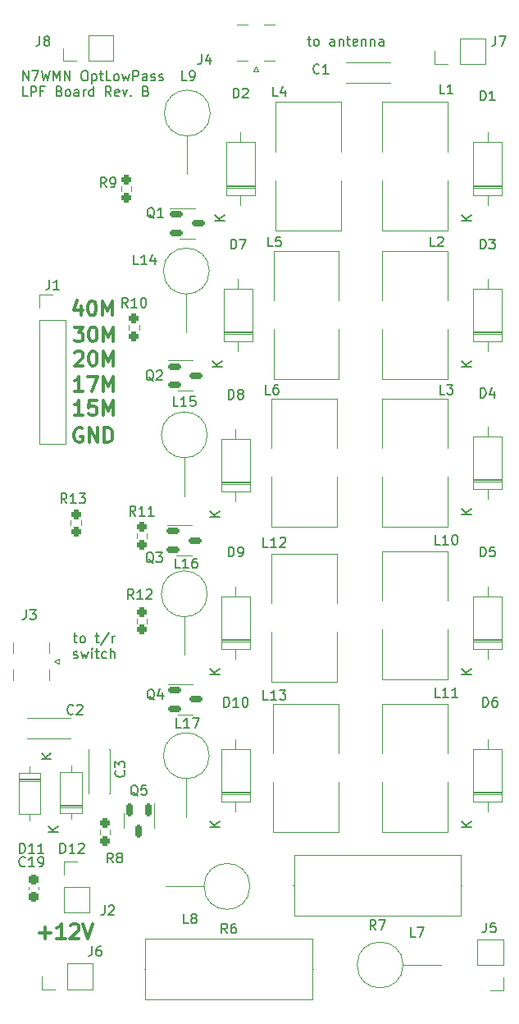
<source format=gto>
G04 #@! TF.GenerationSoftware,KiCad,Pcbnew,7.0.10*
G04 #@! TF.CreationDate,2024-04-06T16:04:27-07:00*
G04 #@! TF.ProjectId,optLowPass,6f70744c-6f77-4506-9173-732e6b696361,rev?*
G04 #@! TF.SameCoordinates,Original*
G04 #@! TF.FileFunction,Legend,Top*
G04 #@! TF.FilePolarity,Positive*
%FSLAX46Y46*%
G04 Gerber Fmt 4.6, Leading zero omitted, Abs format (unit mm)*
G04 Created by KiCad (PCBNEW 7.0.10) date 2024-04-06 16:04:27*
%MOMM*%
%LPD*%
G01*
G04 APERTURE LIST*
G04 Aperture macros list*
%AMRoundRect*
0 Rectangle with rounded corners*
0 $1 Rounding radius*
0 $2 $3 $4 $5 $6 $7 $8 $9 X,Y pos of 4 corners*
0 Add a 4 corners polygon primitive as box body*
4,1,4,$2,$3,$4,$5,$6,$7,$8,$9,$2,$3,0*
0 Add four circle primitives for the rounded corners*
1,1,$1+$1,$2,$3*
1,1,$1+$1,$4,$5*
1,1,$1+$1,$6,$7*
1,1,$1+$1,$8,$9*
0 Add four rect primitives between the rounded corners*
20,1,$1+$1,$2,$3,$4,$5,0*
20,1,$1+$1,$4,$5,$6,$7,0*
20,1,$1+$1,$6,$7,$8,$9,0*
20,1,$1+$1,$8,$9,$2,$3,0*%
G04 Aperture macros list end*
%ADD10C,0.150000*%
%ADD11C,0.300000*%
%ADD12C,0.120000*%
%ADD13R,2.200000X2.200000*%
%ADD14O,2.200000X2.200000*%
%ADD15RoundRect,0.237500X0.237500X-0.250000X0.237500X0.250000X-0.237500X0.250000X-0.237500X-0.250000X0*%
%ADD16C,2.000000*%
%ADD17O,2.000000X2.000000*%
%ADD18R,1.700000X1.700000*%
%ADD19O,1.700000X1.700000*%
%ADD20C,2.600000*%
%ADD21C,2.400000*%
%ADD22O,2.400000X2.400000*%
%ADD23RoundRect,0.237500X-0.237500X0.250000X-0.237500X-0.250000X0.237500X-0.250000X0.237500X0.250000X0*%
%ADD24RoundRect,0.237500X-0.237500X0.300000X-0.237500X-0.300000X0.237500X-0.300000X0.237500X0.300000X0*%
%ADD25RoundRect,0.150000X-0.512500X-0.150000X0.512500X-0.150000X0.512500X0.150000X-0.512500X0.150000X0*%
%ADD26R,1.600000X1.600000*%
%ADD27O,1.600000X1.600000*%
%ADD28C,1.600000*%
%ADD29R,3.600000X1.270000*%
%ADD30R,4.200000X1.350000*%
%ADD31RoundRect,0.150000X-0.150000X0.512500X-0.150000X-0.512500X0.150000X-0.512500X0.150000X0.512500X0*%
%ADD32R,1.270000X3.600000*%
%ADD33R,1.350000X4.200000*%
G04 APERTURE END LIST*
D10*
X110099999Y-52488152D02*
X110480951Y-52488152D01*
X110242856Y-52154819D02*
X110242856Y-53011961D01*
X110242856Y-53011961D02*
X110290475Y-53107200D01*
X110290475Y-53107200D02*
X110385713Y-53154819D01*
X110385713Y-53154819D02*
X110480951Y-53154819D01*
X110957142Y-53154819D02*
X110861904Y-53107200D01*
X110861904Y-53107200D02*
X110814285Y-53059580D01*
X110814285Y-53059580D02*
X110766666Y-52964342D01*
X110766666Y-52964342D02*
X110766666Y-52678628D01*
X110766666Y-52678628D02*
X110814285Y-52583390D01*
X110814285Y-52583390D02*
X110861904Y-52535771D01*
X110861904Y-52535771D02*
X110957142Y-52488152D01*
X110957142Y-52488152D02*
X111099999Y-52488152D01*
X111099999Y-52488152D02*
X111195237Y-52535771D01*
X111195237Y-52535771D02*
X111242856Y-52583390D01*
X111242856Y-52583390D02*
X111290475Y-52678628D01*
X111290475Y-52678628D02*
X111290475Y-52964342D01*
X111290475Y-52964342D02*
X111242856Y-53059580D01*
X111242856Y-53059580D02*
X111195237Y-53107200D01*
X111195237Y-53107200D02*
X111099999Y-53154819D01*
X111099999Y-53154819D02*
X110957142Y-53154819D01*
X112909523Y-53154819D02*
X112909523Y-52631009D01*
X112909523Y-52631009D02*
X112861904Y-52535771D01*
X112861904Y-52535771D02*
X112766666Y-52488152D01*
X112766666Y-52488152D02*
X112576190Y-52488152D01*
X112576190Y-52488152D02*
X112480952Y-52535771D01*
X112909523Y-53107200D02*
X112814285Y-53154819D01*
X112814285Y-53154819D02*
X112576190Y-53154819D01*
X112576190Y-53154819D02*
X112480952Y-53107200D01*
X112480952Y-53107200D02*
X112433333Y-53011961D01*
X112433333Y-53011961D02*
X112433333Y-52916723D01*
X112433333Y-52916723D02*
X112480952Y-52821485D01*
X112480952Y-52821485D02*
X112576190Y-52773866D01*
X112576190Y-52773866D02*
X112814285Y-52773866D01*
X112814285Y-52773866D02*
X112909523Y-52726247D01*
X113385714Y-52488152D02*
X113385714Y-53154819D01*
X113385714Y-52583390D02*
X113433333Y-52535771D01*
X113433333Y-52535771D02*
X113528571Y-52488152D01*
X113528571Y-52488152D02*
X113671428Y-52488152D01*
X113671428Y-52488152D02*
X113766666Y-52535771D01*
X113766666Y-52535771D02*
X113814285Y-52631009D01*
X113814285Y-52631009D02*
X113814285Y-53154819D01*
X114147619Y-52488152D02*
X114528571Y-52488152D01*
X114290476Y-52154819D02*
X114290476Y-53011961D01*
X114290476Y-53011961D02*
X114338095Y-53107200D01*
X114338095Y-53107200D02*
X114433333Y-53154819D01*
X114433333Y-53154819D02*
X114528571Y-53154819D01*
X115242857Y-53107200D02*
X115147619Y-53154819D01*
X115147619Y-53154819D02*
X114957143Y-53154819D01*
X114957143Y-53154819D02*
X114861905Y-53107200D01*
X114861905Y-53107200D02*
X114814286Y-53011961D01*
X114814286Y-53011961D02*
X114814286Y-52631009D01*
X114814286Y-52631009D02*
X114861905Y-52535771D01*
X114861905Y-52535771D02*
X114957143Y-52488152D01*
X114957143Y-52488152D02*
X115147619Y-52488152D01*
X115147619Y-52488152D02*
X115242857Y-52535771D01*
X115242857Y-52535771D02*
X115290476Y-52631009D01*
X115290476Y-52631009D02*
X115290476Y-52726247D01*
X115290476Y-52726247D02*
X114814286Y-52821485D01*
X115719048Y-52488152D02*
X115719048Y-53154819D01*
X115719048Y-52583390D02*
X115766667Y-52535771D01*
X115766667Y-52535771D02*
X115861905Y-52488152D01*
X115861905Y-52488152D02*
X116004762Y-52488152D01*
X116004762Y-52488152D02*
X116100000Y-52535771D01*
X116100000Y-52535771D02*
X116147619Y-52631009D01*
X116147619Y-52631009D02*
X116147619Y-53154819D01*
X116623810Y-52488152D02*
X116623810Y-53154819D01*
X116623810Y-52583390D02*
X116671429Y-52535771D01*
X116671429Y-52535771D02*
X116766667Y-52488152D01*
X116766667Y-52488152D02*
X116909524Y-52488152D01*
X116909524Y-52488152D02*
X117004762Y-52535771D01*
X117004762Y-52535771D02*
X117052381Y-52631009D01*
X117052381Y-52631009D02*
X117052381Y-53154819D01*
X117957143Y-53154819D02*
X117957143Y-52631009D01*
X117957143Y-52631009D02*
X117909524Y-52535771D01*
X117909524Y-52535771D02*
X117814286Y-52488152D01*
X117814286Y-52488152D02*
X117623810Y-52488152D01*
X117623810Y-52488152D02*
X117528572Y-52535771D01*
X117957143Y-53107200D02*
X117861905Y-53154819D01*
X117861905Y-53154819D02*
X117623810Y-53154819D01*
X117623810Y-53154819D02*
X117528572Y-53107200D01*
X117528572Y-53107200D02*
X117480953Y-53011961D01*
X117480953Y-53011961D02*
X117480953Y-52916723D01*
X117480953Y-52916723D02*
X117528572Y-52821485D01*
X117528572Y-52821485D02*
X117623810Y-52773866D01*
X117623810Y-52773866D02*
X117861905Y-52773866D01*
X117861905Y-52773866D02*
X117957143Y-52726247D01*
D11*
X86100000Y-84821185D02*
X86171428Y-84749757D01*
X86171428Y-84749757D02*
X86314286Y-84678328D01*
X86314286Y-84678328D02*
X86671428Y-84678328D01*
X86671428Y-84678328D02*
X86814286Y-84749757D01*
X86814286Y-84749757D02*
X86885714Y-84821185D01*
X86885714Y-84821185D02*
X86957143Y-84964042D01*
X86957143Y-84964042D02*
X86957143Y-85106900D01*
X86957143Y-85106900D02*
X86885714Y-85321185D01*
X86885714Y-85321185D02*
X86028571Y-86178328D01*
X86028571Y-86178328D02*
X86957143Y-86178328D01*
X87885714Y-84678328D02*
X88028571Y-84678328D01*
X88028571Y-84678328D02*
X88171428Y-84749757D01*
X88171428Y-84749757D02*
X88242857Y-84821185D01*
X88242857Y-84821185D02*
X88314285Y-84964042D01*
X88314285Y-84964042D02*
X88385714Y-85249757D01*
X88385714Y-85249757D02*
X88385714Y-85606900D01*
X88385714Y-85606900D02*
X88314285Y-85892614D01*
X88314285Y-85892614D02*
X88242857Y-86035471D01*
X88242857Y-86035471D02*
X88171428Y-86106900D01*
X88171428Y-86106900D02*
X88028571Y-86178328D01*
X88028571Y-86178328D02*
X87885714Y-86178328D01*
X87885714Y-86178328D02*
X87742857Y-86106900D01*
X87742857Y-86106900D02*
X87671428Y-86035471D01*
X87671428Y-86035471D02*
X87599999Y-85892614D01*
X87599999Y-85892614D02*
X87528571Y-85606900D01*
X87528571Y-85606900D02*
X87528571Y-85249757D01*
X87528571Y-85249757D02*
X87599999Y-84964042D01*
X87599999Y-84964042D02*
X87671428Y-84821185D01*
X87671428Y-84821185D02*
X87742857Y-84749757D01*
X87742857Y-84749757D02*
X87885714Y-84678328D01*
X89028570Y-86178328D02*
X89028570Y-84678328D01*
X89028570Y-84678328D02*
X89528570Y-85749757D01*
X89528570Y-85749757D02*
X90028570Y-84678328D01*
X90028570Y-84678328D02*
X90028570Y-86178328D01*
X86957143Y-88778328D02*
X86100000Y-88778328D01*
X86528571Y-88778328D02*
X86528571Y-87278328D01*
X86528571Y-87278328D02*
X86385714Y-87492614D01*
X86385714Y-87492614D02*
X86242857Y-87635471D01*
X86242857Y-87635471D02*
X86100000Y-87706900D01*
X87457142Y-87278328D02*
X88457142Y-87278328D01*
X88457142Y-87278328D02*
X87814285Y-88778328D01*
X89028570Y-88778328D02*
X89028570Y-87278328D01*
X89028570Y-87278328D02*
X89528570Y-88349757D01*
X89528570Y-88349757D02*
X90028570Y-87278328D01*
X90028570Y-87278328D02*
X90028570Y-88778328D01*
X86857143Y-92649757D02*
X86714286Y-92578328D01*
X86714286Y-92578328D02*
X86500000Y-92578328D01*
X86500000Y-92578328D02*
X86285714Y-92649757D01*
X86285714Y-92649757D02*
X86142857Y-92792614D01*
X86142857Y-92792614D02*
X86071428Y-92935471D01*
X86071428Y-92935471D02*
X86000000Y-93221185D01*
X86000000Y-93221185D02*
X86000000Y-93435471D01*
X86000000Y-93435471D02*
X86071428Y-93721185D01*
X86071428Y-93721185D02*
X86142857Y-93864042D01*
X86142857Y-93864042D02*
X86285714Y-94006900D01*
X86285714Y-94006900D02*
X86500000Y-94078328D01*
X86500000Y-94078328D02*
X86642857Y-94078328D01*
X86642857Y-94078328D02*
X86857143Y-94006900D01*
X86857143Y-94006900D02*
X86928571Y-93935471D01*
X86928571Y-93935471D02*
X86928571Y-93435471D01*
X86928571Y-93435471D02*
X86642857Y-93435471D01*
X87571428Y-94078328D02*
X87571428Y-92578328D01*
X87571428Y-92578328D02*
X88428571Y-94078328D01*
X88428571Y-94078328D02*
X88428571Y-92578328D01*
X89142857Y-94078328D02*
X89142857Y-92578328D01*
X89142857Y-92578328D02*
X89500000Y-92578328D01*
X89500000Y-92578328D02*
X89714286Y-92649757D01*
X89714286Y-92649757D02*
X89857143Y-92792614D01*
X89857143Y-92792614D02*
X89928572Y-92935471D01*
X89928572Y-92935471D02*
X90000000Y-93221185D01*
X90000000Y-93221185D02*
X90000000Y-93435471D01*
X90000000Y-93435471D02*
X89928572Y-93721185D01*
X89928572Y-93721185D02*
X89857143Y-93864042D01*
X89857143Y-93864042D02*
X89714286Y-94006900D01*
X89714286Y-94006900D02*
X89500000Y-94078328D01*
X89500000Y-94078328D02*
X89142857Y-94078328D01*
D10*
X80736779Y-56749819D02*
X80736779Y-55749819D01*
X80736779Y-55749819D02*
X81308207Y-56749819D01*
X81308207Y-56749819D02*
X81308207Y-55749819D01*
X81689160Y-55749819D02*
X82355826Y-55749819D01*
X82355826Y-55749819D02*
X81927255Y-56749819D01*
X82641541Y-55749819D02*
X82879636Y-56749819D01*
X82879636Y-56749819D02*
X83070112Y-56035533D01*
X83070112Y-56035533D02*
X83260588Y-56749819D01*
X83260588Y-56749819D02*
X83498684Y-55749819D01*
X83879636Y-56749819D02*
X83879636Y-55749819D01*
X83879636Y-55749819D02*
X84212969Y-56464104D01*
X84212969Y-56464104D02*
X84546302Y-55749819D01*
X84546302Y-55749819D02*
X84546302Y-56749819D01*
X85022493Y-56749819D02*
X85022493Y-55749819D01*
X85022493Y-55749819D02*
X85593921Y-56749819D01*
X85593921Y-56749819D02*
X85593921Y-55749819D01*
X87022493Y-55749819D02*
X87212969Y-55749819D01*
X87212969Y-55749819D02*
X87308207Y-55797438D01*
X87308207Y-55797438D02*
X87403445Y-55892676D01*
X87403445Y-55892676D02*
X87451064Y-56083152D01*
X87451064Y-56083152D02*
X87451064Y-56416485D01*
X87451064Y-56416485D02*
X87403445Y-56606961D01*
X87403445Y-56606961D02*
X87308207Y-56702200D01*
X87308207Y-56702200D02*
X87212969Y-56749819D01*
X87212969Y-56749819D02*
X87022493Y-56749819D01*
X87022493Y-56749819D02*
X86927255Y-56702200D01*
X86927255Y-56702200D02*
X86832017Y-56606961D01*
X86832017Y-56606961D02*
X86784398Y-56416485D01*
X86784398Y-56416485D02*
X86784398Y-56083152D01*
X86784398Y-56083152D02*
X86832017Y-55892676D01*
X86832017Y-55892676D02*
X86927255Y-55797438D01*
X86927255Y-55797438D02*
X87022493Y-55749819D01*
X87879636Y-56083152D02*
X87879636Y-57083152D01*
X87879636Y-56130771D02*
X87974874Y-56083152D01*
X87974874Y-56083152D02*
X88165350Y-56083152D01*
X88165350Y-56083152D02*
X88260588Y-56130771D01*
X88260588Y-56130771D02*
X88308207Y-56178390D01*
X88308207Y-56178390D02*
X88355826Y-56273628D01*
X88355826Y-56273628D02*
X88355826Y-56559342D01*
X88355826Y-56559342D02*
X88308207Y-56654580D01*
X88308207Y-56654580D02*
X88260588Y-56702200D01*
X88260588Y-56702200D02*
X88165350Y-56749819D01*
X88165350Y-56749819D02*
X87974874Y-56749819D01*
X87974874Y-56749819D02*
X87879636Y-56702200D01*
X88641541Y-56083152D02*
X89022493Y-56083152D01*
X88784398Y-55749819D02*
X88784398Y-56606961D01*
X88784398Y-56606961D02*
X88832017Y-56702200D01*
X88832017Y-56702200D02*
X88927255Y-56749819D01*
X88927255Y-56749819D02*
X89022493Y-56749819D01*
X89832017Y-56749819D02*
X89355827Y-56749819D01*
X89355827Y-56749819D02*
X89355827Y-55749819D01*
X90308208Y-56749819D02*
X90212970Y-56702200D01*
X90212970Y-56702200D02*
X90165351Y-56654580D01*
X90165351Y-56654580D02*
X90117732Y-56559342D01*
X90117732Y-56559342D02*
X90117732Y-56273628D01*
X90117732Y-56273628D02*
X90165351Y-56178390D01*
X90165351Y-56178390D02*
X90212970Y-56130771D01*
X90212970Y-56130771D02*
X90308208Y-56083152D01*
X90308208Y-56083152D02*
X90451065Y-56083152D01*
X90451065Y-56083152D02*
X90546303Y-56130771D01*
X90546303Y-56130771D02*
X90593922Y-56178390D01*
X90593922Y-56178390D02*
X90641541Y-56273628D01*
X90641541Y-56273628D02*
X90641541Y-56559342D01*
X90641541Y-56559342D02*
X90593922Y-56654580D01*
X90593922Y-56654580D02*
X90546303Y-56702200D01*
X90546303Y-56702200D02*
X90451065Y-56749819D01*
X90451065Y-56749819D02*
X90308208Y-56749819D01*
X90974875Y-56083152D02*
X91165351Y-56749819D01*
X91165351Y-56749819D02*
X91355827Y-56273628D01*
X91355827Y-56273628D02*
X91546303Y-56749819D01*
X91546303Y-56749819D02*
X91736779Y-56083152D01*
X92117732Y-56749819D02*
X92117732Y-55749819D01*
X92117732Y-55749819D02*
X92498684Y-55749819D01*
X92498684Y-55749819D02*
X92593922Y-55797438D01*
X92593922Y-55797438D02*
X92641541Y-55845057D01*
X92641541Y-55845057D02*
X92689160Y-55940295D01*
X92689160Y-55940295D02*
X92689160Y-56083152D01*
X92689160Y-56083152D02*
X92641541Y-56178390D01*
X92641541Y-56178390D02*
X92593922Y-56226009D01*
X92593922Y-56226009D02*
X92498684Y-56273628D01*
X92498684Y-56273628D02*
X92117732Y-56273628D01*
X93546303Y-56749819D02*
X93546303Y-56226009D01*
X93546303Y-56226009D02*
X93498684Y-56130771D01*
X93498684Y-56130771D02*
X93403446Y-56083152D01*
X93403446Y-56083152D02*
X93212970Y-56083152D01*
X93212970Y-56083152D02*
X93117732Y-56130771D01*
X93546303Y-56702200D02*
X93451065Y-56749819D01*
X93451065Y-56749819D02*
X93212970Y-56749819D01*
X93212970Y-56749819D02*
X93117732Y-56702200D01*
X93117732Y-56702200D02*
X93070113Y-56606961D01*
X93070113Y-56606961D02*
X93070113Y-56511723D01*
X93070113Y-56511723D02*
X93117732Y-56416485D01*
X93117732Y-56416485D02*
X93212970Y-56368866D01*
X93212970Y-56368866D02*
X93451065Y-56368866D01*
X93451065Y-56368866D02*
X93546303Y-56321247D01*
X93974875Y-56702200D02*
X94070113Y-56749819D01*
X94070113Y-56749819D02*
X94260589Y-56749819D01*
X94260589Y-56749819D02*
X94355827Y-56702200D01*
X94355827Y-56702200D02*
X94403446Y-56606961D01*
X94403446Y-56606961D02*
X94403446Y-56559342D01*
X94403446Y-56559342D02*
X94355827Y-56464104D01*
X94355827Y-56464104D02*
X94260589Y-56416485D01*
X94260589Y-56416485D02*
X94117732Y-56416485D01*
X94117732Y-56416485D02*
X94022494Y-56368866D01*
X94022494Y-56368866D02*
X93974875Y-56273628D01*
X93974875Y-56273628D02*
X93974875Y-56226009D01*
X93974875Y-56226009D02*
X94022494Y-56130771D01*
X94022494Y-56130771D02*
X94117732Y-56083152D01*
X94117732Y-56083152D02*
X94260589Y-56083152D01*
X94260589Y-56083152D02*
X94355827Y-56130771D01*
X94784399Y-56702200D02*
X94879637Y-56749819D01*
X94879637Y-56749819D02*
X95070113Y-56749819D01*
X95070113Y-56749819D02*
X95165351Y-56702200D01*
X95165351Y-56702200D02*
X95212970Y-56606961D01*
X95212970Y-56606961D02*
X95212970Y-56559342D01*
X95212970Y-56559342D02*
X95165351Y-56464104D01*
X95165351Y-56464104D02*
X95070113Y-56416485D01*
X95070113Y-56416485D02*
X94927256Y-56416485D01*
X94927256Y-56416485D02*
X94832018Y-56368866D01*
X94832018Y-56368866D02*
X94784399Y-56273628D01*
X94784399Y-56273628D02*
X94784399Y-56226009D01*
X94784399Y-56226009D02*
X94832018Y-56130771D01*
X94832018Y-56130771D02*
X94927256Y-56083152D01*
X94927256Y-56083152D02*
X95070113Y-56083152D01*
X95070113Y-56083152D02*
X95165351Y-56130771D01*
X81212969Y-58359819D02*
X80736779Y-58359819D01*
X80736779Y-58359819D02*
X80736779Y-57359819D01*
X81546303Y-58359819D02*
X81546303Y-57359819D01*
X81546303Y-57359819D02*
X81927255Y-57359819D01*
X81927255Y-57359819D02*
X82022493Y-57407438D01*
X82022493Y-57407438D02*
X82070112Y-57455057D01*
X82070112Y-57455057D02*
X82117731Y-57550295D01*
X82117731Y-57550295D02*
X82117731Y-57693152D01*
X82117731Y-57693152D02*
X82070112Y-57788390D01*
X82070112Y-57788390D02*
X82022493Y-57836009D01*
X82022493Y-57836009D02*
X81927255Y-57883628D01*
X81927255Y-57883628D02*
X81546303Y-57883628D01*
X82879636Y-57836009D02*
X82546303Y-57836009D01*
X82546303Y-58359819D02*
X82546303Y-57359819D01*
X82546303Y-57359819D02*
X83022493Y-57359819D01*
X84498684Y-57836009D02*
X84641541Y-57883628D01*
X84641541Y-57883628D02*
X84689160Y-57931247D01*
X84689160Y-57931247D02*
X84736779Y-58026485D01*
X84736779Y-58026485D02*
X84736779Y-58169342D01*
X84736779Y-58169342D02*
X84689160Y-58264580D01*
X84689160Y-58264580D02*
X84641541Y-58312200D01*
X84641541Y-58312200D02*
X84546303Y-58359819D01*
X84546303Y-58359819D02*
X84165351Y-58359819D01*
X84165351Y-58359819D02*
X84165351Y-57359819D01*
X84165351Y-57359819D02*
X84498684Y-57359819D01*
X84498684Y-57359819D02*
X84593922Y-57407438D01*
X84593922Y-57407438D02*
X84641541Y-57455057D01*
X84641541Y-57455057D02*
X84689160Y-57550295D01*
X84689160Y-57550295D02*
X84689160Y-57645533D01*
X84689160Y-57645533D02*
X84641541Y-57740771D01*
X84641541Y-57740771D02*
X84593922Y-57788390D01*
X84593922Y-57788390D02*
X84498684Y-57836009D01*
X84498684Y-57836009D02*
X84165351Y-57836009D01*
X85308208Y-58359819D02*
X85212970Y-58312200D01*
X85212970Y-58312200D02*
X85165351Y-58264580D01*
X85165351Y-58264580D02*
X85117732Y-58169342D01*
X85117732Y-58169342D02*
X85117732Y-57883628D01*
X85117732Y-57883628D02*
X85165351Y-57788390D01*
X85165351Y-57788390D02*
X85212970Y-57740771D01*
X85212970Y-57740771D02*
X85308208Y-57693152D01*
X85308208Y-57693152D02*
X85451065Y-57693152D01*
X85451065Y-57693152D02*
X85546303Y-57740771D01*
X85546303Y-57740771D02*
X85593922Y-57788390D01*
X85593922Y-57788390D02*
X85641541Y-57883628D01*
X85641541Y-57883628D02*
X85641541Y-58169342D01*
X85641541Y-58169342D02*
X85593922Y-58264580D01*
X85593922Y-58264580D02*
X85546303Y-58312200D01*
X85546303Y-58312200D02*
X85451065Y-58359819D01*
X85451065Y-58359819D02*
X85308208Y-58359819D01*
X86498684Y-58359819D02*
X86498684Y-57836009D01*
X86498684Y-57836009D02*
X86451065Y-57740771D01*
X86451065Y-57740771D02*
X86355827Y-57693152D01*
X86355827Y-57693152D02*
X86165351Y-57693152D01*
X86165351Y-57693152D02*
X86070113Y-57740771D01*
X86498684Y-58312200D02*
X86403446Y-58359819D01*
X86403446Y-58359819D02*
X86165351Y-58359819D01*
X86165351Y-58359819D02*
X86070113Y-58312200D01*
X86070113Y-58312200D02*
X86022494Y-58216961D01*
X86022494Y-58216961D02*
X86022494Y-58121723D01*
X86022494Y-58121723D02*
X86070113Y-58026485D01*
X86070113Y-58026485D02*
X86165351Y-57978866D01*
X86165351Y-57978866D02*
X86403446Y-57978866D01*
X86403446Y-57978866D02*
X86498684Y-57931247D01*
X86974875Y-58359819D02*
X86974875Y-57693152D01*
X86974875Y-57883628D02*
X87022494Y-57788390D01*
X87022494Y-57788390D02*
X87070113Y-57740771D01*
X87070113Y-57740771D02*
X87165351Y-57693152D01*
X87165351Y-57693152D02*
X87260589Y-57693152D01*
X88022494Y-58359819D02*
X88022494Y-57359819D01*
X88022494Y-58312200D02*
X87927256Y-58359819D01*
X87927256Y-58359819D02*
X87736780Y-58359819D01*
X87736780Y-58359819D02*
X87641542Y-58312200D01*
X87641542Y-58312200D02*
X87593923Y-58264580D01*
X87593923Y-58264580D02*
X87546304Y-58169342D01*
X87546304Y-58169342D02*
X87546304Y-57883628D01*
X87546304Y-57883628D02*
X87593923Y-57788390D01*
X87593923Y-57788390D02*
X87641542Y-57740771D01*
X87641542Y-57740771D02*
X87736780Y-57693152D01*
X87736780Y-57693152D02*
X87927256Y-57693152D01*
X87927256Y-57693152D02*
X88022494Y-57740771D01*
X89832018Y-58359819D02*
X89498685Y-57883628D01*
X89260590Y-58359819D02*
X89260590Y-57359819D01*
X89260590Y-57359819D02*
X89641542Y-57359819D01*
X89641542Y-57359819D02*
X89736780Y-57407438D01*
X89736780Y-57407438D02*
X89784399Y-57455057D01*
X89784399Y-57455057D02*
X89832018Y-57550295D01*
X89832018Y-57550295D02*
X89832018Y-57693152D01*
X89832018Y-57693152D02*
X89784399Y-57788390D01*
X89784399Y-57788390D02*
X89736780Y-57836009D01*
X89736780Y-57836009D02*
X89641542Y-57883628D01*
X89641542Y-57883628D02*
X89260590Y-57883628D01*
X90641542Y-58312200D02*
X90546304Y-58359819D01*
X90546304Y-58359819D02*
X90355828Y-58359819D01*
X90355828Y-58359819D02*
X90260590Y-58312200D01*
X90260590Y-58312200D02*
X90212971Y-58216961D01*
X90212971Y-58216961D02*
X90212971Y-57836009D01*
X90212971Y-57836009D02*
X90260590Y-57740771D01*
X90260590Y-57740771D02*
X90355828Y-57693152D01*
X90355828Y-57693152D02*
X90546304Y-57693152D01*
X90546304Y-57693152D02*
X90641542Y-57740771D01*
X90641542Y-57740771D02*
X90689161Y-57836009D01*
X90689161Y-57836009D02*
X90689161Y-57931247D01*
X90689161Y-57931247D02*
X90212971Y-58026485D01*
X91022495Y-57693152D02*
X91260590Y-58359819D01*
X91260590Y-58359819D02*
X91498685Y-57693152D01*
X91879638Y-58264580D02*
X91927257Y-58312200D01*
X91927257Y-58312200D02*
X91879638Y-58359819D01*
X91879638Y-58359819D02*
X91832019Y-58312200D01*
X91832019Y-58312200D02*
X91879638Y-58264580D01*
X91879638Y-58264580D02*
X91879638Y-58359819D01*
X93451066Y-57836009D02*
X93593923Y-57883628D01*
X93593923Y-57883628D02*
X93641542Y-57931247D01*
X93641542Y-57931247D02*
X93689161Y-58026485D01*
X93689161Y-58026485D02*
X93689161Y-58169342D01*
X93689161Y-58169342D02*
X93641542Y-58264580D01*
X93641542Y-58264580D02*
X93593923Y-58312200D01*
X93593923Y-58312200D02*
X93498685Y-58359819D01*
X93498685Y-58359819D02*
X93117733Y-58359819D01*
X93117733Y-58359819D02*
X93117733Y-57359819D01*
X93117733Y-57359819D02*
X93451066Y-57359819D01*
X93451066Y-57359819D02*
X93546304Y-57407438D01*
X93546304Y-57407438D02*
X93593923Y-57455057D01*
X93593923Y-57455057D02*
X93641542Y-57550295D01*
X93641542Y-57550295D02*
X93641542Y-57645533D01*
X93641542Y-57645533D02*
X93593923Y-57740771D01*
X93593923Y-57740771D02*
X93546304Y-57788390D01*
X93546304Y-57788390D02*
X93451066Y-57836009D01*
X93451066Y-57836009D02*
X93117733Y-57836009D01*
D11*
X86714286Y-79978328D02*
X86714286Y-80978328D01*
X86357143Y-79406900D02*
X86000000Y-80478328D01*
X86000000Y-80478328D02*
X86928571Y-80478328D01*
X87785714Y-79478328D02*
X87928571Y-79478328D01*
X87928571Y-79478328D02*
X88071428Y-79549757D01*
X88071428Y-79549757D02*
X88142857Y-79621185D01*
X88142857Y-79621185D02*
X88214285Y-79764042D01*
X88214285Y-79764042D02*
X88285714Y-80049757D01*
X88285714Y-80049757D02*
X88285714Y-80406900D01*
X88285714Y-80406900D02*
X88214285Y-80692614D01*
X88214285Y-80692614D02*
X88142857Y-80835471D01*
X88142857Y-80835471D02*
X88071428Y-80906900D01*
X88071428Y-80906900D02*
X87928571Y-80978328D01*
X87928571Y-80978328D02*
X87785714Y-80978328D01*
X87785714Y-80978328D02*
X87642857Y-80906900D01*
X87642857Y-80906900D02*
X87571428Y-80835471D01*
X87571428Y-80835471D02*
X87499999Y-80692614D01*
X87499999Y-80692614D02*
X87428571Y-80406900D01*
X87428571Y-80406900D02*
X87428571Y-80049757D01*
X87428571Y-80049757D02*
X87499999Y-79764042D01*
X87499999Y-79764042D02*
X87571428Y-79621185D01*
X87571428Y-79621185D02*
X87642857Y-79549757D01*
X87642857Y-79549757D02*
X87785714Y-79478328D01*
X88928570Y-80978328D02*
X88928570Y-79478328D01*
X88928570Y-79478328D02*
X89428570Y-80549757D01*
X89428570Y-80549757D02*
X89928570Y-79478328D01*
X89928570Y-79478328D02*
X89928570Y-80978328D01*
X82457143Y-144706900D02*
X83600001Y-144706900D01*
X83028572Y-145278328D02*
X83028572Y-144135471D01*
X85100001Y-145278328D02*
X84242858Y-145278328D01*
X84671429Y-145278328D02*
X84671429Y-143778328D01*
X84671429Y-143778328D02*
X84528572Y-143992614D01*
X84528572Y-143992614D02*
X84385715Y-144135471D01*
X84385715Y-144135471D02*
X84242858Y-144206900D01*
X85671429Y-143921185D02*
X85742857Y-143849757D01*
X85742857Y-143849757D02*
X85885715Y-143778328D01*
X85885715Y-143778328D02*
X86242857Y-143778328D01*
X86242857Y-143778328D02*
X86385715Y-143849757D01*
X86385715Y-143849757D02*
X86457143Y-143921185D01*
X86457143Y-143921185D02*
X86528572Y-144064042D01*
X86528572Y-144064042D02*
X86528572Y-144206900D01*
X86528572Y-144206900D02*
X86457143Y-144421185D01*
X86457143Y-144421185D02*
X85600000Y-145278328D01*
X85600000Y-145278328D02*
X86528572Y-145278328D01*
X86957143Y-143778328D02*
X87457143Y-145278328D01*
X87457143Y-145278328D02*
X87957143Y-143778328D01*
X86957143Y-91278328D02*
X86100000Y-91278328D01*
X86528571Y-91278328D02*
X86528571Y-89778328D01*
X86528571Y-89778328D02*
X86385714Y-89992614D01*
X86385714Y-89992614D02*
X86242857Y-90135471D01*
X86242857Y-90135471D02*
X86100000Y-90206900D01*
X88314285Y-89778328D02*
X87599999Y-89778328D01*
X87599999Y-89778328D02*
X87528571Y-90492614D01*
X87528571Y-90492614D02*
X87599999Y-90421185D01*
X87599999Y-90421185D02*
X87742857Y-90349757D01*
X87742857Y-90349757D02*
X88099999Y-90349757D01*
X88099999Y-90349757D02*
X88242857Y-90421185D01*
X88242857Y-90421185D02*
X88314285Y-90492614D01*
X88314285Y-90492614D02*
X88385714Y-90635471D01*
X88385714Y-90635471D02*
X88385714Y-90992614D01*
X88385714Y-90992614D02*
X88314285Y-91135471D01*
X88314285Y-91135471D02*
X88242857Y-91206900D01*
X88242857Y-91206900D02*
X88099999Y-91278328D01*
X88099999Y-91278328D02*
X87742857Y-91278328D01*
X87742857Y-91278328D02*
X87599999Y-91206900D01*
X87599999Y-91206900D02*
X87528571Y-91135471D01*
X89028570Y-91278328D02*
X89028570Y-89778328D01*
X89028570Y-89778328D02*
X89528570Y-90849757D01*
X89528570Y-90849757D02*
X90028570Y-89778328D01*
X90028570Y-89778328D02*
X90028570Y-91278328D01*
D10*
X85957142Y-114083152D02*
X86338094Y-114083152D01*
X86099999Y-113749819D02*
X86099999Y-114606961D01*
X86099999Y-114606961D02*
X86147618Y-114702200D01*
X86147618Y-114702200D02*
X86242856Y-114749819D01*
X86242856Y-114749819D02*
X86338094Y-114749819D01*
X86814285Y-114749819D02*
X86719047Y-114702200D01*
X86719047Y-114702200D02*
X86671428Y-114654580D01*
X86671428Y-114654580D02*
X86623809Y-114559342D01*
X86623809Y-114559342D02*
X86623809Y-114273628D01*
X86623809Y-114273628D02*
X86671428Y-114178390D01*
X86671428Y-114178390D02*
X86719047Y-114130771D01*
X86719047Y-114130771D02*
X86814285Y-114083152D01*
X86814285Y-114083152D02*
X86957142Y-114083152D01*
X86957142Y-114083152D02*
X87052380Y-114130771D01*
X87052380Y-114130771D02*
X87099999Y-114178390D01*
X87099999Y-114178390D02*
X87147618Y-114273628D01*
X87147618Y-114273628D02*
X87147618Y-114559342D01*
X87147618Y-114559342D02*
X87099999Y-114654580D01*
X87099999Y-114654580D02*
X87052380Y-114702200D01*
X87052380Y-114702200D02*
X86957142Y-114749819D01*
X86957142Y-114749819D02*
X86814285Y-114749819D01*
X88195238Y-114083152D02*
X88576190Y-114083152D01*
X88338095Y-113749819D02*
X88338095Y-114606961D01*
X88338095Y-114606961D02*
X88385714Y-114702200D01*
X88385714Y-114702200D02*
X88480952Y-114749819D01*
X88480952Y-114749819D02*
X88576190Y-114749819D01*
X89623809Y-113702200D02*
X88766667Y-114987914D01*
X89957143Y-114749819D02*
X89957143Y-114083152D01*
X89957143Y-114273628D02*
X90004762Y-114178390D01*
X90004762Y-114178390D02*
X90052381Y-114130771D01*
X90052381Y-114130771D02*
X90147619Y-114083152D01*
X90147619Y-114083152D02*
X90242857Y-114083152D01*
X85957143Y-116312200D02*
X86052381Y-116359819D01*
X86052381Y-116359819D02*
X86242857Y-116359819D01*
X86242857Y-116359819D02*
X86338095Y-116312200D01*
X86338095Y-116312200D02*
X86385714Y-116216961D01*
X86385714Y-116216961D02*
X86385714Y-116169342D01*
X86385714Y-116169342D02*
X86338095Y-116074104D01*
X86338095Y-116074104D02*
X86242857Y-116026485D01*
X86242857Y-116026485D02*
X86100000Y-116026485D01*
X86100000Y-116026485D02*
X86004762Y-115978866D01*
X86004762Y-115978866D02*
X85957143Y-115883628D01*
X85957143Y-115883628D02*
X85957143Y-115836009D01*
X85957143Y-115836009D02*
X86004762Y-115740771D01*
X86004762Y-115740771D02*
X86100000Y-115693152D01*
X86100000Y-115693152D02*
X86242857Y-115693152D01*
X86242857Y-115693152D02*
X86338095Y-115740771D01*
X86719048Y-115693152D02*
X86909524Y-116359819D01*
X86909524Y-116359819D02*
X87100000Y-115883628D01*
X87100000Y-115883628D02*
X87290476Y-116359819D01*
X87290476Y-116359819D02*
X87480952Y-115693152D01*
X87861905Y-116359819D02*
X87861905Y-115693152D01*
X87861905Y-115359819D02*
X87814286Y-115407438D01*
X87814286Y-115407438D02*
X87861905Y-115455057D01*
X87861905Y-115455057D02*
X87909524Y-115407438D01*
X87909524Y-115407438D02*
X87861905Y-115359819D01*
X87861905Y-115359819D02*
X87861905Y-115455057D01*
X88195238Y-115693152D02*
X88576190Y-115693152D01*
X88338095Y-115359819D02*
X88338095Y-116216961D01*
X88338095Y-116216961D02*
X88385714Y-116312200D01*
X88385714Y-116312200D02*
X88480952Y-116359819D01*
X88480952Y-116359819D02*
X88576190Y-116359819D01*
X89338095Y-116312200D02*
X89242857Y-116359819D01*
X89242857Y-116359819D02*
X89052381Y-116359819D01*
X89052381Y-116359819D02*
X88957143Y-116312200D01*
X88957143Y-116312200D02*
X88909524Y-116264580D01*
X88909524Y-116264580D02*
X88861905Y-116169342D01*
X88861905Y-116169342D02*
X88861905Y-115883628D01*
X88861905Y-115883628D02*
X88909524Y-115788390D01*
X88909524Y-115788390D02*
X88957143Y-115740771D01*
X88957143Y-115740771D02*
X89052381Y-115693152D01*
X89052381Y-115693152D02*
X89242857Y-115693152D01*
X89242857Y-115693152D02*
X89338095Y-115740771D01*
X89766667Y-116359819D02*
X89766667Y-115359819D01*
X90195238Y-116359819D02*
X90195238Y-115836009D01*
X90195238Y-115836009D02*
X90147619Y-115740771D01*
X90147619Y-115740771D02*
X90052381Y-115693152D01*
X90052381Y-115693152D02*
X89909524Y-115693152D01*
X89909524Y-115693152D02*
X89814286Y-115740771D01*
X89814286Y-115740771D02*
X89766667Y-115788390D01*
D11*
X86028571Y-82178328D02*
X86957143Y-82178328D01*
X86957143Y-82178328D02*
X86457143Y-82749757D01*
X86457143Y-82749757D02*
X86671428Y-82749757D01*
X86671428Y-82749757D02*
X86814286Y-82821185D01*
X86814286Y-82821185D02*
X86885714Y-82892614D01*
X86885714Y-82892614D02*
X86957143Y-83035471D01*
X86957143Y-83035471D02*
X86957143Y-83392614D01*
X86957143Y-83392614D02*
X86885714Y-83535471D01*
X86885714Y-83535471D02*
X86814286Y-83606900D01*
X86814286Y-83606900D02*
X86671428Y-83678328D01*
X86671428Y-83678328D02*
X86242857Y-83678328D01*
X86242857Y-83678328D02*
X86100000Y-83606900D01*
X86100000Y-83606900D02*
X86028571Y-83535471D01*
X87885714Y-82178328D02*
X88028571Y-82178328D01*
X88028571Y-82178328D02*
X88171428Y-82249757D01*
X88171428Y-82249757D02*
X88242857Y-82321185D01*
X88242857Y-82321185D02*
X88314285Y-82464042D01*
X88314285Y-82464042D02*
X88385714Y-82749757D01*
X88385714Y-82749757D02*
X88385714Y-83106900D01*
X88385714Y-83106900D02*
X88314285Y-83392614D01*
X88314285Y-83392614D02*
X88242857Y-83535471D01*
X88242857Y-83535471D02*
X88171428Y-83606900D01*
X88171428Y-83606900D02*
X88028571Y-83678328D01*
X88028571Y-83678328D02*
X87885714Y-83678328D01*
X87885714Y-83678328D02*
X87742857Y-83606900D01*
X87742857Y-83606900D02*
X87671428Y-83535471D01*
X87671428Y-83535471D02*
X87599999Y-83392614D01*
X87599999Y-83392614D02*
X87528571Y-83106900D01*
X87528571Y-83106900D02*
X87528571Y-82749757D01*
X87528571Y-82749757D02*
X87599999Y-82464042D01*
X87599999Y-82464042D02*
X87671428Y-82321185D01*
X87671428Y-82321185D02*
X87742857Y-82249757D01*
X87742857Y-82249757D02*
X87885714Y-82178328D01*
X89028570Y-83678328D02*
X89028570Y-82178328D01*
X89028570Y-82178328D02*
X89528570Y-83249757D01*
X89528570Y-83249757D02*
X90028570Y-82178328D01*
X90028570Y-82178328D02*
X90028570Y-83678328D01*
D10*
X127961905Y-58794819D02*
X127961905Y-57794819D01*
X127961905Y-57794819D02*
X128200000Y-57794819D01*
X128200000Y-57794819D02*
X128342857Y-57842438D01*
X128342857Y-57842438D02*
X128438095Y-57937676D01*
X128438095Y-57937676D02*
X128485714Y-58032914D01*
X128485714Y-58032914D02*
X128533333Y-58223390D01*
X128533333Y-58223390D02*
X128533333Y-58366247D01*
X128533333Y-58366247D02*
X128485714Y-58556723D01*
X128485714Y-58556723D02*
X128438095Y-58651961D01*
X128438095Y-58651961D02*
X128342857Y-58747200D01*
X128342857Y-58747200D02*
X128200000Y-58794819D01*
X128200000Y-58794819D02*
X127961905Y-58794819D01*
X129485714Y-58794819D02*
X128914286Y-58794819D01*
X129200000Y-58794819D02*
X129200000Y-57794819D01*
X129200000Y-57794819D02*
X129104762Y-57937676D01*
X129104762Y-57937676D02*
X129009524Y-58032914D01*
X129009524Y-58032914D02*
X128914286Y-58080533D01*
X127054819Y-71181904D02*
X126054819Y-71181904D01*
X127054819Y-70610476D02*
X126483390Y-71039047D01*
X126054819Y-70610476D02*
X126626247Y-71181904D01*
X90033333Y-137454819D02*
X89700000Y-136978628D01*
X89461905Y-137454819D02*
X89461905Y-136454819D01*
X89461905Y-136454819D02*
X89842857Y-136454819D01*
X89842857Y-136454819D02*
X89938095Y-136502438D01*
X89938095Y-136502438D02*
X89985714Y-136550057D01*
X89985714Y-136550057D02*
X90033333Y-136645295D01*
X90033333Y-136645295D02*
X90033333Y-136788152D01*
X90033333Y-136788152D02*
X89985714Y-136883390D01*
X89985714Y-136883390D02*
X89938095Y-136931009D01*
X89938095Y-136931009D02*
X89842857Y-136978628D01*
X89842857Y-136978628D02*
X89461905Y-136978628D01*
X90604762Y-136883390D02*
X90509524Y-136835771D01*
X90509524Y-136835771D02*
X90461905Y-136788152D01*
X90461905Y-136788152D02*
X90414286Y-136692914D01*
X90414286Y-136692914D02*
X90414286Y-136645295D01*
X90414286Y-136645295D02*
X90461905Y-136550057D01*
X90461905Y-136550057D02*
X90509524Y-136502438D01*
X90509524Y-136502438D02*
X90604762Y-136454819D01*
X90604762Y-136454819D02*
X90795238Y-136454819D01*
X90795238Y-136454819D02*
X90890476Y-136502438D01*
X90890476Y-136502438D02*
X90938095Y-136550057D01*
X90938095Y-136550057D02*
X90985714Y-136645295D01*
X90985714Y-136645295D02*
X90985714Y-136692914D01*
X90985714Y-136692914D02*
X90938095Y-136788152D01*
X90938095Y-136788152D02*
X90890476Y-136835771D01*
X90890476Y-136835771D02*
X90795238Y-136883390D01*
X90795238Y-136883390D02*
X90604762Y-136883390D01*
X90604762Y-136883390D02*
X90509524Y-136931009D01*
X90509524Y-136931009D02*
X90461905Y-136978628D01*
X90461905Y-136978628D02*
X90414286Y-137073866D01*
X90414286Y-137073866D02*
X90414286Y-137264342D01*
X90414286Y-137264342D02*
X90461905Y-137359580D01*
X90461905Y-137359580D02*
X90509524Y-137407200D01*
X90509524Y-137407200D02*
X90604762Y-137454819D01*
X90604762Y-137454819D02*
X90795238Y-137454819D01*
X90795238Y-137454819D02*
X90890476Y-137407200D01*
X90890476Y-137407200D02*
X90938095Y-137359580D01*
X90938095Y-137359580D02*
X90985714Y-137264342D01*
X90985714Y-137264342D02*
X90985714Y-137073866D01*
X90985714Y-137073866D02*
X90938095Y-136978628D01*
X90938095Y-136978628D02*
X90890476Y-136931009D01*
X90890476Y-136931009D02*
X90795238Y-136883390D01*
X127961905Y-89454819D02*
X127961905Y-88454819D01*
X127961905Y-88454819D02*
X128200000Y-88454819D01*
X128200000Y-88454819D02*
X128342857Y-88502438D01*
X128342857Y-88502438D02*
X128438095Y-88597676D01*
X128438095Y-88597676D02*
X128485714Y-88692914D01*
X128485714Y-88692914D02*
X128533333Y-88883390D01*
X128533333Y-88883390D02*
X128533333Y-89026247D01*
X128533333Y-89026247D02*
X128485714Y-89216723D01*
X128485714Y-89216723D02*
X128438095Y-89311961D01*
X128438095Y-89311961D02*
X128342857Y-89407200D01*
X128342857Y-89407200D02*
X128200000Y-89454819D01*
X128200000Y-89454819D02*
X127961905Y-89454819D01*
X129390476Y-88788152D02*
X129390476Y-89454819D01*
X129152381Y-88407200D02*
X128914286Y-89121485D01*
X128914286Y-89121485D02*
X129533333Y-89121485D01*
X127054819Y-101511904D02*
X126054819Y-101511904D01*
X127054819Y-100940476D02*
X126483390Y-101369047D01*
X126054819Y-100940476D02*
X126626247Y-101511904D01*
X101961905Y-89624819D02*
X101961905Y-88624819D01*
X101961905Y-88624819D02*
X102200000Y-88624819D01*
X102200000Y-88624819D02*
X102342857Y-88672438D01*
X102342857Y-88672438D02*
X102438095Y-88767676D01*
X102438095Y-88767676D02*
X102485714Y-88862914D01*
X102485714Y-88862914D02*
X102533333Y-89053390D01*
X102533333Y-89053390D02*
X102533333Y-89196247D01*
X102533333Y-89196247D02*
X102485714Y-89386723D01*
X102485714Y-89386723D02*
X102438095Y-89481961D01*
X102438095Y-89481961D02*
X102342857Y-89577200D01*
X102342857Y-89577200D02*
X102200000Y-89624819D01*
X102200000Y-89624819D02*
X101961905Y-89624819D01*
X103104762Y-89053390D02*
X103009524Y-89005771D01*
X103009524Y-89005771D02*
X102961905Y-88958152D01*
X102961905Y-88958152D02*
X102914286Y-88862914D01*
X102914286Y-88862914D02*
X102914286Y-88815295D01*
X102914286Y-88815295D02*
X102961905Y-88720057D01*
X102961905Y-88720057D02*
X103009524Y-88672438D01*
X103009524Y-88672438D02*
X103104762Y-88624819D01*
X103104762Y-88624819D02*
X103295238Y-88624819D01*
X103295238Y-88624819D02*
X103390476Y-88672438D01*
X103390476Y-88672438D02*
X103438095Y-88720057D01*
X103438095Y-88720057D02*
X103485714Y-88815295D01*
X103485714Y-88815295D02*
X103485714Y-88862914D01*
X103485714Y-88862914D02*
X103438095Y-88958152D01*
X103438095Y-88958152D02*
X103390476Y-89005771D01*
X103390476Y-89005771D02*
X103295238Y-89053390D01*
X103295238Y-89053390D02*
X103104762Y-89053390D01*
X103104762Y-89053390D02*
X103009524Y-89101009D01*
X103009524Y-89101009D02*
X102961905Y-89148628D01*
X102961905Y-89148628D02*
X102914286Y-89243866D01*
X102914286Y-89243866D02*
X102914286Y-89434342D01*
X102914286Y-89434342D02*
X102961905Y-89529580D01*
X102961905Y-89529580D02*
X103009524Y-89577200D01*
X103009524Y-89577200D02*
X103104762Y-89624819D01*
X103104762Y-89624819D02*
X103295238Y-89624819D01*
X103295238Y-89624819D02*
X103390476Y-89577200D01*
X103390476Y-89577200D02*
X103438095Y-89529580D01*
X103438095Y-89529580D02*
X103485714Y-89434342D01*
X103485714Y-89434342D02*
X103485714Y-89243866D01*
X103485714Y-89243866D02*
X103438095Y-89148628D01*
X103438095Y-89148628D02*
X103390476Y-89101009D01*
X103390476Y-89101009D02*
X103295238Y-89053390D01*
X101054819Y-101761904D02*
X100054819Y-101761904D01*
X101054819Y-101190476D02*
X100483390Y-101619047D01*
X100054819Y-101190476D02*
X100626247Y-101761904D01*
X97057142Y-123534819D02*
X96580952Y-123534819D01*
X96580952Y-123534819D02*
X96580952Y-122534819D01*
X97914285Y-123534819D02*
X97342857Y-123534819D01*
X97628571Y-123534819D02*
X97628571Y-122534819D01*
X97628571Y-122534819D02*
X97533333Y-122677676D01*
X97533333Y-122677676D02*
X97438095Y-122772914D01*
X97438095Y-122772914D02*
X97342857Y-122820533D01*
X98247619Y-122534819D02*
X98914285Y-122534819D01*
X98914285Y-122534819D02*
X98485714Y-123534819D01*
X82466666Y-52154819D02*
X82466666Y-52869104D01*
X82466666Y-52869104D02*
X82419047Y-53011961D01*
X82419047Y-53011961D02*
X82323809Y-53107200D01*
X82323809Y-53107200D02*
X82180952Y-53154819D01*
X82180952Y-53154819D02*
X82085714Y-53154819D01*
X83085714Y-52583390D02*
X82990476Y-52535771D01*
X82990476Y-52535771D02*
X82942857Y-52488152D01*
X82942857Y-52488152D02*
X82895238Y-52392914D01*
X82895238Y-52392914D02*
X82895238Y-52345295D01*
X82895238Y-52345295D02*
X82942857Y-52250057D01*
X82942857Y-52250057D02*
X82990476Y-52202438D01*
X82990476Y-52202438D02*
X83085714Y-52154819D01*
X83085714Y-52154819D02*
X83276190Y-52154819D01*
X83276190Y-52154819D02*
X83371428Y-52202438D01*
X83371428Y-52202438D02*
X83419047Y-52250057D01*
X83419047Y-52250057D02*
X83466666Y-52345295D01*
X83466666Y-52345295D02*
X83466666Y-52392914D01*
X83466666Y-52392914D02*
X83419047Y-52488152D01*
X83419047Y-52488152D02*
X83371428Y-52535771D01*
X83371428Y-52535771D02*
X83276190Y-52583390D01*
X83276190Y-52583390D02*
X83085714Y-52583390D01*
X83085714Y-52583390D02*
X82990476Y-52631009D01*
X82990476Y-52631009D02*
X82942857Y-52678628D01*
X82942857Y-52678628D02*
X82895238Y-52773866D01*
X82895238Y-52773866D02*
X82895238Y-52964342D01*
X82895238Y-52964342D02*
X82942857Y-53059580D01*
X82942857Y-53059580D02*
X82990476Y-53107200D01*
X82990476Y-53107200D02*
X83085714Y-53154819D01*
X83085714Y-53154819D02*
X83276190Y-53154819D01*
X83276190Y-53154819D02*
X83371428Y-53107200D01*
X83371428Y-53107200D02*
X83419047Y-53059580D01*
X83419047Y-53059580D02*
X83466666Y-52964342D01*
X83466666Y-52964342D02*
X83466666Y-52773866D01*
X83466666Y-52773866D02*
X83419047Y-52678628D01*
X83419047Y-52678628D02*
X83371428Y-52631009D01*
X83371428Y-52631009D02*
X83276190Y-52583390D01*
X124283333Y-89124819D02*
X123807143Y-89124819D01*
X123807143Y-89124819D02*
X123807143Y-88124819D01*
X124521429Y-88124819D02*
X125140476Y-88124819D01*
X125140476Y-88124819D02*
X124807143Y-88505771D01*
X124807143Y-88505771D02*
X124950000Y-88505771D01*
X124950000Y-88505771D02*
X125045238Y-88553390D01*
X125045238Y-88553390D02*
X125092857Y-88601009D01*
X125092857Y-88601009D02*
X125140476Y-88696247D01*
X125140476Y-88696247D02*
X125140476Y-88934342D01*
X125140476Y-88934342D02*
X125092857Y-89029580D01*
X125092857Y-89029580D02*
X125045238Y-89077200D01*
X125045238Y-89077200D02*
X124950000Y-89124819D01*
X124950000Y-89124819D02*
X124664286Y-89124819D01*
X124664286Y-89124819D02*
X124569048Y-89077200D01*
X124569048Y-89077200D02*
X124521429Y-89029580D01*
X117173333Y-144374819D02*
X116840000Y-143898628D01*
X116601905Y-144374819D02*
X116601905Y-143374819D01*
X116601905Y-143374819D02*
X116982857Y-143374819D01*
X116982857Y-143374819D02*
X117078095Y-143422438D01*
X117078095Y-143422438D02*
X117125714Y-143470057D01*
X117125714Y-143470057D02*
X117173333Y-143565295D01*
X117173333Y-143565295D02*
X117173333Y-143708152D01*
X117173333Y-143708152D02*
X117125714Y-143803390D01*
X117125714Y-143803390D02*
X117078095Y-143851009D01*
X117078095Y-143851009D02*
X116982857Y-143898628D01*
X116982857Y-143898628D02*
X116601905Y-143898628D01*
X117506667Y-143374819D02*
X118173333Y-143374819D01*
X118173333Y-143374819D02*
X117744762Y-144374819D01*
X89166666Y-141854819D02*
X89166666Y-142569104D01*
X89166666Y-142569104D02*
X89119047Y-142711961D01*
X89119047Y-142711961D02*
X89023809Y-142807200D01*
X89023809Y-142807200D02*
X88880952Y-142854819D01*
X88880952Y-142854819D02*
X88785714Y-142854819D01*
X89595238Y-141950057D02*
X89642857Y-141902438D01*
X89642857Y-141902438D02*
X89738095Y-141854819D01*
X89738095Y-141854819D02*
X89976190Y-141854819D01*
X89976190Y-141854819D02*
X90071428Y-141902438D01*
X90071428Y-141902438D02*
X90119047Y-141950057D01*
X90119047Y-141950057D02*
X90166666Y-142045295D01*
X90166666Y-142045295D02*
X90166666Y-142140533D01*
X90166666Y-142140533D02*
X90119047Y-142283390D01*
X90119047Y-142283390D02*
X89547619Y-142854819D01*
X89547619Y-142854819D02*
X90166666Y-142854819D01*
X91557142Y-80154819D02*
X91223809Y-79678628D01*
X90985714Y-80154819D02*
X90985714Y-79154819D01*
X90985714Y-79154819D02*
X91366666Y-79154819D01*
X91366666Y-79154819D02*
X91461904Y-79202438D01*
X91461904Y-79202438D02*
X91509523Y-79250057D01*
X91509523Y-79250057D02*
X91557142Y-79345295D01*
X91557142Y-79345295D02*
X91557142Y-79488152D01*
X91557142Y-79488152D02*
X91509523Y-79583390D01*
X91509523Y-79583390D02*
X91461904Y-79631009D01*
X91461904Y-79631009D02*
X91366666Y-79678628D01*
X91366666Y-79678628D02*
X90985714Y-79678628D01*
X92509523Y-80154819D02*
X91938095Y-80154819D01*
X92223809Y-80154819D02*
X92223809Y-79154819D01*
X92223809Y-79154819D02*
X92128571Y-79297676D01*
X92128571Y-79297676D02*
X92033333Y-79392914D01*
X92033333Y-79392914D02*
X91938095Y-79440533D01*
X93128571Y-79154819D02*
X93223809Y-79154819D01*
X93223809Y-79154819D02*
X93319047Y-79202438D01*
X93319047Y-79202438D02*
X93366666Y-79250057D01*
X93366666Y-79250057D02*
X93414285Y-79345295D01*
X93414285Y-79345295D02*
X93461904Y-79535771D01*
X93461904Y-79535771D02*
X93461904Y-79773866D01*
X93461904Y-79773866D02*
X93414285Y-79964342D01*
X93414285Y-79964342D02*
X93366666Y-80059580D01*
X93366666Y-80059580D02*
X93319047Y-80107200D01*
X93319047Y-80107200D02*
X93223809Y-80154819D01*
X93223809Y-80154819D02*
X93128571Y-80154819D01*
X93128571Y-80154819D02*
X93033333Y-80107200D01*
X93033333Y-80107200D02*
X92985714Y-80059580D01*
X92985714Y-80059580D02*
X92938095Y-79964342D01*
X92938095Y-79964342D02*
X92890476Y-79773866D01*
X92890476Y-79773866D02*
X92890476Y-79535771D01*
X92890476Y-79535771D02*
X92938095Y-79345295D01*
X92938095Y-79345295D02*
X92985714Y-79250057D01*
X92985714Y-79250057D02*
X93033333Y-79202438D01*
X93033333Y-79202438D02*
X93128571Y-79154819D01*
X80957142Y-137759580D02*
X80909523Y-137807200D01*
X80909523Y-137807200D02*
X80766666Y-137854819D01*
X80766666Y-137854819D02*
X80671428Y-137854819D01*
X80671428Y-137854819D02*
X80528571Y-137807200D01*
X80528571Y-137807200D02*
X80433333Y-137711961D01*
X80433333Y-137711961D02*
X80385714Y-137616723D01*
X80385714Y-137616723D02*
X80338095Y-137426247D01*
X80338095Y-137426247D02*
X80338095Y-137283390D01*
X80338095Y-137283390D02*
X80385714Y-137092914D01*
X80385714Y-137092914D02*
X80433333Y-136997676D01*
X80433333Y-136997676D02*
X80528571Y-136902438D01*
X80528571Y-136902438D02*
X80671428Y-136854819D01*
X80671428Y-136854819D02*
X80766666Y-136854819D01*
X80766666Y-136854819D02*
X80909523Y-136902438D01*
X80909523Y-136902438D02*
X80957142Y-136950057D01*
X81909523Y-137854819D02*
X81338095Y-137854819D01*
X81623809Y-137854819D02*
X81623809Y-136854819D01*
X81623809Y-136854819D02*
X81528571Y-136997676D01*
X81528571Y-136997676D02*
X81433333Y-137092914D01*
X81433333Y-137092914D02*
X81338095Y-137140533D01*
X82385714Y-137854819D02*
X82576190Y-137854819D01*
X82576190Y-137854819D02*
X82671428Y-137807200D01*
X82671428Y-137807200D02*
X82719047Y-137759580D01*
X82719047Y-137759580D02*
X82814285Y-137616723D01*
X82814285Y-137616723D02*
X82861904Y-137426247D01*
X82861904Y-137426247D02*
X82861904Y-137045295D01*
X82861904Y-137045295D02*
X82814285Y-136950057D01*
X82814285Y-136950057D02*
X82766666Y-136902438D01*
X82766666Y-136902438D02*
X82671428Y-136854819D01*
X82671428Y-136854819D02*
X82480952Y-136854819D01*
X82480952Y-136854819D02*
X82385714Y-136902438D01*
X82385714Y-136902438D02*
X82338095Y-136950057D01*
X82338095Y-136950057D02*
X82290476Y-137045295D01*
X82290476Y-137045295D02*
X82290476Y-137283390D01*
X82290476Y-137283390D02*
X82338095Y-137378628D01*
X82338095Y-137378628D02*
X82385714Y-137426247D01*
X82385714Y-137426247D02*
X82480952Y-137473866D01*
X82480952Y-137473866D02*
X82671428Y-137473866D01*
X82671428Y-137473866D02*
X82766666Y-137426247D01*
X82766666Y-137426247D02*
X82814285Y-137378628D01*
X82814285Y-137378628D02*
X82861904Y-137283390D01*
X101833333Y-144734819D02*
X101500000Y-144258628D01*
X101261905Y-144734819D02*
X101261905Y-143734819D01*
X101261905Y-143734819D02*
X101642857Y-143734819D01*
X101642857Y-143734819D02*
X101738095Y-143782438D01*
X101738095Y-143782438D02*
X101785714Y-143830057D01*
X101785714Y-143830057D02*
X101833333Y-143925295D01*
X101833333Y-143925295D02*
X101833333Y-144068152D01*
X101833333Y-144068152D02*
X101785714Y-144163390D01*
X101785714Y-144163390D02*
X101738095Y-144211009D01*
X101738095Y-144211009D02*
X101642857Y-144258628D01*
X101642857Y-144258628D02*
X101261905Y-144258628D01*
X102690476Y-143734819D02*
X102500000Y-143734819D01*
X102500000Y-143734819D02*
X102404762Y-143782438D01*
X102404762Y-143782438D02*
X102357143Y-143830057D01*
X102357143Y-143830057D02*
X102261905Y-143972914D01*
X102261905Y-143972914D02*
X102214286Y-144163390D01*
X102214286Y-144163390D02*
X102214286Y-144544342D01*
X102214286Y-144544342D02*
X102261905Y-144639580D01*
X102261905Y-144639580D02*
X102309524Y-144687200D01*
X102309524Y-144687200D02*
X102404762Y-144734819D01*
X102404762Y-144734819D02*
X102595238Y-144734819D01*
X102595238Y-144734819D02*
X102690476Y-144687200D01*
X102690476Y-144687200D02*
X102738095Y-144639580D01*
X102738095Y-144639580D02*
X102785714Y-144544342D01*
X102785714Y-144544342D02*
X102785714Y-144306247D01*
X102785714Y-144306247D02*
X102738095Y-144211009D01*
X102738095Y-144211009D02*
X102690476Y-144163390D01*
X102690476Y-144163390D02*
X102595238Y-144115771D01*
X102595238Y-144115771D02*
X102404762Y-144115771D01*
X102404762Y-144115771D02*
X102309524Y-144163390D01*
X102309524Y-144163390D02*
X102261905Y-144211009D01*
X102261905Y-144211009D02*
X102214286Y-144306247D01*
X106057142Y-120624819D02*
X105580952Y-120624819D01*
X105580952Y-120624819D02*
X105580952Y-119624819D01*
X106914285Y-120624819D02*
X106342857Y-120624819D01*
X106628571Y-120624819D02*
X106628571Y-119624819D01*
X106628571Y-119624819D02*
X106533333Y-119767676D01*
X106533333Y-119767676D02*
X106438095Y-119862914D01*
X106438095Y-119862914D02*
X106342857Y-119910533D01*
X107247619Y-119624819D02*
X107866666Y-119624819D01*
X107866666Y-119624819D02*
X107533333Y-120005771D01*
X107533333Y-120005771D02*
X107676190Y-120005771D01*
X107676190Y-120005771D02*
X107771428Y-120053390D01*
X107771428Y-120053390D02*
X107819047Y-120101009D01*
X107819047Y-120101009D02*
X107866666Y-120196247D01*
X107866666Y-120196247D02*
X107866666Y-120434342D01*
X107866666Y-120434342D02*
X107819047Y-120529580D01*
X107819047Y-120529580D02*
X107771428Y-120577200D01*
X107771428Y-120577200D02*
X107676190Y-120624819D01*
X107676190Y-120624819D02*
X107390476Y-120624819D01*
X107390476Y-120624819D02*
X107295238Y-120577200D01*
X107295238Y-120577200D02*
X107247619Y-120529580D01*
X92657142Y-75724819D02*
X92180952Y-75724819D01*
X92180952Y-75724819D02*
X92180952Y-74724819D01*
X93514285Y-75724819D02*
X92942857Y-75724819D01*
X93228571Y-75724819D02*
X93228571Y-74724819D01*
X93228571Y-74724819D02*
X93133333Y-74867676D01*
X93133333Y-74867676D02*
X93038095Y-74962914D01*
X93038095Y-74962914D02*
X92942857Y-75010533D01*
X94371428Y-75058152D02*
X94371428Y-75724819D01*
X94133333Y-74677200D02*
X93895238Y-75391485D01*
X93895238Y-75391485D02*
X94514285Y-75391485D01*
X97633333Y-56744819D02*
X97157143Y-56744819D01*
X97157143Y-56744819D02*
X97157143Y-55744819D01*
X98014286Y-56744819D02*
X98204762Y-56744819D01*
X98204762Y-56744819D02*
X98300000Y-56697200D01*
X98300000Y-56697200D02*
X98347619Y-56649580D01*
X98347619Y-56649580D02*
X98442857Y-56506723D01*
X98442857Y-56506723D02*
X98490476Y-56316247D01*
X98490476Y-56316247D02*
X98490476Y-55935295D01*
X98490476Y-55935295D02*
X98442857Y-55840057D01*
X98442857Y-55840057D02*
X98395238Y-55792438D01*
X98395238Y-55792438D02*
X98300000Y-55744819D01*
X98300000Y-55744819D02*
X98109524Y-55744819D01*
X98109524Y-55744819D02*
X98014286Y-55792438D01*
X98014286Y-55792438D02*
X97966667Y-55840057D01*
X97966667Y-55840057D02*
X97919048Y-55935295D01*
X97919048Y-55935295D02*
X97919048Y-56173390D01*
X97919048Y-56173390D02*
X97966667Y-56268628D01*
X97966667Y-56268628D02*
X98014286Y-56316247D01*
X98014286Y-56316247D02*
X98109524Y-56363866D01*
X98109524Y-56363866D02*
X98300000Y-56363866D01*
X98300000Y-56363866D02*
X98395238Y-56316247D01*
X98395238Y-56316247D02*
X98442857Y-56268628D01*
X98442857Y-56268628D02*
X98490476Y-56173390D01*
X94304761Y-70950057D02*
X94209523Y-70902438D01*
X94209523Y-70902438D02*
X94114285Y-70807200D01*
X94114285Y-70807200D02*
X93971428Y-70664342D01*
X93971428Y-70664342D02*
X93876190Y-70616723D01*
X93876190Y-70616723D02*
X93780952Y-70616723D01*
X93828571Y-70854819D02*
X93733333Y-70807200D01*
X93733333Y-70807200D02*
X93638095Y-70711961D01*
X93638095Y-70711961D02*
X93590476Y-70521485D01*
X93590476Y-70521485D02*
X93590476Y-70188152D01*
X93590476Y-70188152D02*
X93638095Y-69997676D01*
X93638095Y-69997676D02*
X93733333Y-69902438D01*
X93733333Y-69902438D02*
X93828571Y-69854819D01*
X93828571Y-69854819D02*
X94019047Y-69854819D01*
X94019047Y-69854819D02*
X94114285Y-69902438D01*
X94114285Y-69902438D02*
X94209523Y-69997676D01*
X94209523Y-69997676D02*
X94257142Y-70188152D01*
X94257142Y-70188152D02*
X94257142Y-70521485D01*
X94257142Y-70521485D02*
X94209523Y-70711961D01*
X94209523Y-70711961D02*
X94114285Y-70807200D01*
X94114285Y-70807200D02*
X94019047Y-70854819D01*
X94019047Y-70854819D02*
X93828571Y-70854819D01*
X95209523Y-70854819D02*
X94638095Y-70854819D01*
X94923809Y-70854819D02*
X94923809Y-69854819D01*
X94923809Y-69854819D02*
X94828571Y-69997676D01*
X94828571Y-69997676D02*
X94733333Y-70092914D01*
X94733333Y-70092914D02*
X94638095Y-70140533D01*
X102211905Y-74124819D02*
X102211905Y-73124819D01*
X102211905Y-73124819D02*
X102450000Y-73124819D01*
X102450000Y-73124819D02*
X102592857Y-73172438D01*
X102592857Y-73172438D02*
X102688095Y-73267676D01*
X102688095Y-73267676D02*
X102735714Y-73362914D01*
X102735714Y-73362914D02*
X102783333Y-73553390D01*
X102783333Y-73553390D02*
X102783333Y-73696247D01*
X102783333Y-73696247D02*
X102735714Y-73886723D01*
X102735714Y-73886723D02*
X102688095Y-73981961D01*
X102688095Y-73981961D02*
X102592857Y-74077200D01*
X102592857Y-74077200D02*
X102450000Y-74124819D01*
X102450000Y-74124819D02*
X102211905Y-74124819D01*
X103116667Y-73124819D02*
X103783333Y-73124819D01*
X103783333Y-73124819D02*
X103354762Y-74124819D01*
X101304819Y-86261904D02*
X100304819Y-86261904D01*
X101304819Y-85690476D02*
X100733390Y-86119047D01*
X100304819Y-85690476D02*
X100876247Y-86261904D01*
X80385714Y-136454819D02*
X80385714Y-135454819D01*
X80385714Y-135454819D02*
X80623809Y-135454819D01*
X80623809Y-135454819D02*
X80766666Y-135502438D01*
X80766666Y-135502438D02*
X80861904Y-135597676D01*
X80861904Y-135597676D02*
X80909523Y-135692914D01*
X80909523Y-135692914D02*
X80957142Y-135883390D01*
X80957142Y-135883390D02*
X80957142Y-136026247D01*
X80957142Y-136026247D02*
X80909523Y-136216723D01*
X80909523Y-136216723D02*
X80861904Y-136311961D01*
X80861904Y-136311961D02*
X80766666Y-136407200D01*
X80766666Y-136407200D02*
X80623809Y-136454819D01*
X80623809Y-136454819D02*
X80385714Y-136454819D01*
X81909523Y-136454819D02*
X81338095Y-136454819D01*
X81623809Y-136454819D02*
X81623809Y-135454819D01*
X81623809Y-135454819D02*
X81528571Y-135597676D01*
X81528571Y-135597676D02*
X81433333Y-135692914D01*
X81433333Y-135692914D02*
X81338095Y-135740533D01*
X82861904Y-136454819D02*
X82290476Y-136454819D01*
X82576190Y-136454819D02*
X82576190Y-135454819D01*
X82576190Y-135454819D02*
X82480952Y-135597676D01*
X82480952Y-135597676D02*
X82385714Y-135692914D01*
X82385714Y-135692914D02*
X82290476Y-135740533D01*
X83654819Y-126751904D02*
X82654819Y-126751904D01*
X83654819Y-126180476D02*
X83083390Y-126609047D01*
X82654819Y-126180476D02*
X83226247Y-126751904D01*
X111333333Y-55959580D02*
X111285714Y-56007200D01*
X111285714Y-56007200D02*
X111142857Y-56054819D01*
X111142857Y-56054819D02*
X111047619Y-56054819D01*
X111047619Y-56054819D02*
X110904762Y-56007200D01*
X110904762Y-56007200D02*
X110809524Y-55911961D01*
X110809524Y-55911961D02*
X110761905Y-55816723D01*
X110761905Y-55816723D02*
X110714286Y-55626247D01*
X110714286Y-55626247D02*
X110714286Y-55483390D01*
X110714286Y-55483390D02*
X110761905Y-55292914D01*
X110761905Y-55292914D02*
X110809524Y-55197676D01*
X110809524Y-55197676D02*
X110904762Y-55102438D01*
X110904762Y-55102438D02*
X111047619Y-55054819D01*
X111047619Y-55054819D02*
X111142857Y-55054819D01*
X111142857Y-55054819D02*
X111285714Y-55102438D01*
X111285714Y-55102438D02*
X111333333Y-55150057D01*
X112285714Y-56054819D02*
X111714286Y-56054819D01*
X112000000Y-56054819D02*
X112000000Y-55054819D01*
X112000000Y-55054819D02*
X111904762Y-55197676D01*
X111904762Y-55197676D02*
X111809524Y-55292914D01*
X111809524Y-55292914D02*
X111714286Y-55340533D01*
X107033333Y-58374819D02*
X106557143Y-58374819D01*
X106557143Y-58374819D02*
X106557143Y-57374819D01*
X107795238Y-57708152D02*
X107795238Y-58374819D01*
X107557143Y-57327200D02*
X107319048Y-58041485D01*
X107319048Y-58041485D02*
X107938095Y-58041485D01*
X81066666Y-111354819D02*
X81066666Y-112069104D01*
X81066666Y-112069104D02*
X81019047Y-112211961D01*
X81019047Y-112211961D02*
X80923809Y-112307200D01*
X80923809Y-112307200D02*
X80780952Y-112354819D01*
X80780952Y-112354819D02*
X80685714Y-112354819D01*
X81447619Y-111354819D02*
X82066666Y-111354819D01*
X82066666Y-111354819D02*
X81733333Y-111735771D01*
X81733333Y-111735771D02*
X81876190Y-111735771D01*
X81876190Y-111735771D02*
X81971428Y-111783390D01*
X81971428Y-111783390D02*
X82019047Y-111831009D01*
X82019047Y-111831009D02*
X82066666Y-111926247D01*
X82066666Y-111926247D02*
X82066666Y-112164342D01*
X82066666Y-112164342D02*
X82019047Y-112259580D01*
X82019047Y-112259580D02*
X81971428Y-112307200D01*
X81971428Y-112307200D02*
X81876190Y-112354819D01*
X81876190Y-112354819D02*
X81590476Y-112354819D01*
X81590476Y-112354819D02*
X81495238Y-112307200D01*
X81495238Y-112307200D02*
X81447619Y-112259580D01*
X89333333Y-67754819D02*
X89000000Y-67278628D01*
X88761905Y-67754819D02*
X88761905Y-66754819D01*
X88761905Y-66754819D02*
X89142857Y-66754819D01*
X89142857Y-66754819D02*
X89238095Y-66802438D01*
X89238095Y-66802438D02*
X89285714Y-66850057D01*
X89285714Y-66850057D02*
X89333333Y-66945295D01*
X89333333Y-66945295D02*
X89333333Y-67088152D01*
X89333333Y-67088152D02*
X89285714Y-67183390D01*
X89285714Y-67183390D02*
X89238095Y-67231009D01*
X89238095Y-67231009D02*
X89142857Y-67278628D01*
X89142857Y-67278628D02*
X88761905Y-67278628D01*
X89809524Y-67754819D02*
X90000000Y-67754819D01*
X90000000Y-67754819D02*
X90095238Y-67707200D01*
X90095238Y-67707200D02*
X90142857Y-67659580D01*
X90142857Y-67659580D02*
X90238095Y-67516723D01*
X90238095Y-67516723D02*
X90285714Y-67326247D01*
X90285714Y-67326247D02*
X90285714Y-66945295D01*
X90285714Y-66945295D02*
X90238095Y-66850057D01*
X90238095Y-66850057D02*
X90190476Y-66802438D01*
X90190476Y-66802438D02*
X90095238Y-66754819D01*
X90095238Y-66754819D02*
X89904762Y-66754819D01*
X89904762Y-66754819D02*
X89809524Y-66802438D01*
X89809524Y-66802438D02*
X89761905Y-66850057D01*
X89761905Y-66850057D02*
X89714286Y-66945295D01*
X89714286Y-66945295D02*
X89714286Y-67183390D01*
X89714286Y-67183390D02*
X89761905Y-67278628D01*
X89761905Y-67278628D02*
X89809524Y-67326247D01*
X89809524Y-67326247D02*
X89904762Y-67373866D01*
X89904762Y-67373866D02*
X90095238Y-67373866D01*
X90095238Y-67373866D02*
X90190476Y-67326247D01*
X90190476Y-67326247D02*
X90238095Y-67278628D01*
X90238095Y-67278628D02*
X90285714Y-67183390D01*
X123807142Y-120374819D02*
X123330952Y-120374819D01*
X123330952Y-120374819D02*
X123330952Y-119374819D01*
X124664285Y-120374819D02*
X124092857Y-120374819D01*
X124378571Y-120374819D02*
X124378571Y-119374819D01*
X124378571Y-119374819D02*
X124283333Y-119517676D01*
X124283333Y-119517676D02*
X124188095Y-119612914D01*
X124188095Y-119612914D02*
X124092857Y-119660533D01*
X125616666Y-120374819D02*
X125045238Y-120374819D01*
X125330952Y-120374819D02*
X125330952Y-119374819D01*
X125330952Y-119374819D02*
X125235714Y-119517676D01*
X125235714Y-119517676D02*
X125140476Y-119612914D01*
X125140476Y-119612914D02*
X125045238Y-119660533D01*
X127961905Y-74124819D02*
X127961905Y-73124819D01*
X127961905Y-73124819D02*
X128200000Y-73124819D01*
X128200000Y-73124819D02*
X128342857Y-73172438D01*
X128342857Y-73172438D02*
X128438095Y-73267676D01*
X128438095Y-73267676D02*
X128485714Y-73362914D01*
X128485714Y-73362914D02*
X128533333Y-73553390D01*
X128533333Y-73553390D02*
X128533333Y-73696247D01*
X128533333Y-73696247D02*
X128485714Y-73886723D01*
X128485714Y-73886723D02*
X128438095Y-73981961D01*
X128438095Y-73981961D02*
X128342857Y-74077200D01*
X128342857Y-74077200D02*
X128200000Y-74124819D01*
X128200000Y-74124819D02*
X127961905Y-74124819D01*
X128866667Y-73124819D02*
X129485714Y-73124819D01*
X129485714Y-73124819D02*
X129152381Y-73505771D01*
X129152381Y-73505771D02*
X129295238Y-73505771D01*
X129295238Y-73505771D02*
X129390476Y-73553390D01*
X129390476Y-73553390D02*
X129438095Y-73601009D01*
X129438095Y-73601009D02*
X129485714Y-73696247D01*
X129485714Y-73696247D02*
X129485714Y-73934342D01*
X129485714Y-73934342D02*
X129438095Y-74029580D01*
X129438095Y-74029580D02*
X129390476Y-74077200D01*
X129390476Y-74077200D02*
X129295238Y-74124819D01*
X129295238Y-74124819D02*
X129009524Y-74124819D01*
X129009524Y-74124819D02*
X128914286Y-74077200D01*
X128914286Y-74077200D02*
X128866667Y-74029580D01*
X127054819Y-86261904D02*
X126054819Y-86261904D01*
X127054819Y-85690476D02*
X126483390Y-86119047D01*
X126054819Y-85690476D02*
X126626247Y-86261904D01*
X123283333Y-73874819D02*
X122807143Y-73874819D01*
X122807143Y-73874819D02*
X122807143Y-72874819D01*
X123569048Y-72970057D02*
X123616667Y-72922438D01*
X123616667Y-72922438D02*
X123711905Y-72874819D01*
X123711905Y-72874819D02*
X123950000Y-72874819D01*
X123950000Y-72874819D02*
X124045238Y-72922438D01*
X124045238Y-72922438D02*
X124092857Y-72970057D01*
X124092857Y-72970057D02*
X124140476Y-73065295D01*
X124140476Y-73065295D02*
X124140476Y-73160533D01*
X124140476Y-73160533D02*
X124092857Y-73303390D01*
X124092857Y-73303390D02*
X123521429Y-73874819D01*
X123521429Y-73874819D02*
X124140476Y-73874819D01*
X96757142Y-90344819D02*
X96280952Y-90344819D01*
X96280952Y-90344819D02*
X96280952Y-89344819D01*
X97614285Y-90344819D02*
X97042857Y-90344819D01*
X97328571Y-90344819D02*
X97328571Y-89344819D01*
X97328571Y-89344819D02*
X97233333Y-89487676D01*
X97233333Y-89487676D02*
X97138095Y-89582914D01*
X97138095Y-89582914D02*
X97042857Y-89630533D01*
X98519047Y-89344819D02*
X98042857Y-89344819D01*
X98042857Y-89344819D02*
X97995238Y-89821009D01*
X97995238Y-89821009D02*
X98042857Y-89773390D01*
X98042857Y-89773390D02*
X98138095Y-89725771D01*
X98138095Y-89725771D02*
X98376190Y-89725771D01*
X98376190Y-89725771D02*
X98471428Y-89773390D01*
X98471428Y-89773390D02*
X98519047Y-89821009D01*
X98519047Y-89821009D02*
X98566666Y-89916247D01*
X98566666Y-89916247D02*
X98566666Y-90154342D01*
X98566666Y-90154342D02*
X98519047Y-90249580D01*
X98519047Y-90249580D02*
X98471428Y-90297200D01*
X98471428Y-90297200D02*
X98376190Y-90344819D01*
X98376190Y-90344819D02*
X98138095Y-90344819D01*
X98138095Y-90344819D02*
X98042857Y-90297200D01*
X98042857Y-90297200D02*
X97995238Y-90249580D01*
X128566666Y-143654819D02*
X128566666Y-144369104D01*
X128566666Y-144369104D02*
X128519047Y-144511961D01*
X128519047Y-144511961D02*
X128423809Y-144607200D01*
X128423809Y-144607200D02*
X128280952Y-144654819D01*
X128280952Y-144654819D02*
X128185714Y-144654819D01*
X129519047Y-143654819D02*
X129042857Y-143654819D01*
X129042857Y-143654819D02*
X128995238Y-144131009D01*
X128995238Y-144131009D02*
X129042857Y-144083390D01*
X129042857Y-144083390D02*
X129138095Y-144035771D01*
X129138095Y-144035771D02*
X129376190Y-144035771D01*
X129376190Y-144035771D02*
X129471428Y-144083390D01*
X129471428Y-144083390D02*
X129519047Y-144131009D01*
X129519047Y-144131009D02*
X129566666Y-144226247D01*
X129566666Y-144226247D02*
X129566666Y-144464342D01*
X129566666Y-144464342D02*
X129519047Y-144559580D01*
X129519047Y-144559580D02*
X129471428Y-144607200D01*
X129471428Y-144607200D02*
X129376190Y-144654819D01*
X129376190Y-144654819D02*
X129138095Y-144654819D01*
X129138095Y-144654819D02*
X129042857Y-144607200D01*
X129042857Y-144607200D02*
X128995238Y-144559580D01*
X92604761Y-130550057D02*
X92509523Y-130502438D01*
X92509523Y-130502438D02*
X92414285Y-130407200D01*
X92414285Y-130407200D02*
X92271428Y-130264342D01*
X92271428Y-130264342D02*
X92176190Y-130216723D01*
X92176190Y-130216723D02*
X92080952Y-130216723D01*
X92128571Y-130454819D02*
X92033333Y-130407200D01*
X92033333Y-130407200D02*
X91938095Y-130311961D01*
X91938095Y-130311961D02*
X91890476Y-130121485D01*
X91890476Y-130121485D02*
X91890476Y-129788152D01*
X91890476Y-129788152D02*
X91938095Y-129597676D01*
X91938095Y-129597676D02*
X92033333Y-129502438D01*
X92033333Y-129502438D02*
X92128571Y-129454819D01*
X92128571Y-129454819D02*
X92319047Y-129454819D01*
X92319047Y-129454819D02*
X92414285Y-129502438D01*
X92414285Y-129502438D02*
X92509523Y-129597676D01*
X92509523Y-129597676D02*
X92557142Y-129788152D01*
X92557142Y-129788152D02*
X92557142Y-130121485D01*
X92557142Y-130121485D02*
X92509523Y-130311961D01*
X92509523Y-130311961D02*
X92414285Y-130407200D01*
X92414285Y-130407200D02*
X92319047Y-130454819D01*
X92319047Y-130454819D02*
X92128571Y-130454819D01*
X93461904Y-129454819D02*
X92985714Y-129454819D01*
X92985714Y-129454819D02*
X92938095Y-129931009D01*
X92938095Y-129931009D02*
X92985714Y-129883390D01*
X92985714Y-129883390D02*
X93080952Y-129835771D01*
X93080952Y-129835771D02*
X93319047Y-129835771D01*
X93319047Y-129835771D02*
X93414285Y-129883390D01*
X93414285Y-129883390D02*
X93461904Y-129931009D01*
X93461904Y-129931009D02*
X93509523Y-130026247D01*
X93509523Y-130026247D02*
X93509523Y-130264342D01*
X93509523Y-130264342D02*
X93461904Y-130359580D01*
X93461904Y-130359580D02*
X93414285Y-130407200D01*
X93414285Y-130407200D02*
X93319047Y-130454819D01*
X93319047Y-130454819D02*
X93080952Y-130454819D01*
X93080952Y-130454819D02*
X92985714Y-130407200D01*
X92985714Y-130407200D02*
X92938095Y-130359580D01*
X127961905Y-105874819D02*
X127961905Y-104874819D01*
X127961905Y-104874819D02*
X128200000Y-104874819D01*
X128200000Y-104874819D02*
X128342857Y-104922438D01*
X128342857Y-104922438D02*
X128438095Y-105017676D01*
X128438095Y-105017676D02*
X128485714Y-105112914D01*
X128485714Y-105112914D02*
X128533333Y-105303390D01*
X128533333Y-105303390D02*
X128533333Y-105446247D01*
X128533333Y-105446247D02*
X128485714Y-105636723D01*
X128485714Y-105636723D02*
X128438095Y-105731961D01*
X128438095Y-105731961D02*
X128342857Y-105827200D01*
X128342857Y-105827200D02*
X128200000Y-105874819D01*
X128200000Y-105874819D02*
X127961905Y-105874819D01*
X129438095Y-104874819D02*
X128961905Y-104874819D01*
X128961905Y-104874819D02*
X128914286Y-105351009D01*
X128914286Y-105351009D02*
X128961905Y-105303390D01*
X128961905Y-105303390D02*
X129057143Y-105255771D01*
X129057143Y-105255771D02*
X129295238Y-105255771D01*
X129295238Y-105255771D02*
X129390476Y-105303390D01*
X129390476Y-105303390D02*
X129438095Y-105351009D01*
X129438095Y-105351009D02*
X129485714Y-105446247D01*
X129485714Y-105446247D02*
X129485714Y-105684342D01*
X129485714Y-105684342D02*
X129438095Y-105779580D01*
X129438095Y-105779580D02*
X129390476Y-105827200D01*
X129390476Y-105827200D02*
X129295238Y-105874819D01*
X129295238Y-105874819D02*
X129057143Y-105874819D01*
X129057143Y-105874819D02*
X128961905Y-105827200D01*
X128961905Y-105827200D02*
X128914286Y-105779580D01*
X127054819Y-118011904D02*
X126054819Y-118011904D01*
X127054819Y-117440476D02*
X126483390Y-117869047D01*
X126054819Y-117440476D02*
X126626247Y-118011904D01*
X124283333Y-58124819D02*
X123807143Y-58124819D01*
X123807143Y-58124819D02*
X123807143Y-57124819D01*
X125140476Y-58124819D02*
X124569048Y-58124819D01*
X124854762Y-58124819D02*
X124854762Y-57124819D01*
X124854762Y-57124819D02*
X124759524Y-57267676D01*
X124759524Y-57267676D02*
X124664286Y-57362914D01*
X124664286Y-57362914D02*
X124569048Y-57410533D01*
X106283333Y-89124819D02*
X105807143Y-89124819D01*
X105807143Y-89124819D02*
X105807143Y-88124819D01*
X107045238Y-88124819D02*
X106854762Y-88124819D01*
X106854762Y-88124819D02*
X106759524Y-88172438D01*
X106759524Y-88172438D02*
X106711905Y-88220057D01*
X106711905Y-88220057D02*
X106616667Y-88362914D01*
X106616667Y-88362914D02*
X106569048Y-88553390D01*
X106569048Y-88553390D02*
X106569048Y-88934342D01*
X106569048Y-88934342D02*
X106616667Y-89029580D01*
X106616667Y-89029580D02*
X106664286Y-89077200D01*
X106664286Y-89077200D02*
X106759524Y-89124819D01*
X106759524Y-89124819D02*
X106950000Y-89124819D01*
X106950000Y-89124819D02*
X107045238Y-89077200D01*
X107045238Y-89077200D02*
X107092857Y-89029580D01*
X107092857Y-89029580D02*
X107140476Y-88934342D01*
X107140476Y-88934342D02*
X107140476Y-88696247D01*
X107140476Y-88696247D02*
X107092857Y-88601009D01*
X107092857Y-88601009D02*
X107045238Y-88553390D01*
X107045238Y-88553390D02*
X106950000Y-88505771D01*
X106950000Y-88505771D02*
X106759524Y-88505771D01*
X106759524Y-88505771D02*
X106664286Y-88553390D01*
X106664286Y-88553390D02*
X106616667Y-88601009D01*
X106616667Y-88601009D02*
X106569048Y-88696247D01*
X85257142Y-100354819D02*
X84923809Y-99878628D01*
X84685714Y-100354819D02*
X84685714Y-99354819D01*
X84685714Y-99354819D02*
X85066666Y-99354819D01*
X85066666Y-99354819D02*
X85161904Y-99402438D01*
X85161904Y-99402438D02*
X85209523Y-99450057D01*
X85209523Y-99450057D02*
X85257142Y-99545295D01*
X85257142Y-99545295D02*
X85257142Y-99688152D01*
X85257142Y-99688152D02*
X85209523Y-99783390D01*
X85209523Y-99783390D02*
X85161904Y-99831009D01*
X85161904Y-99831009D02*
X85066666Y-99878628D01*
X85066666Y-99878628D02*
X84685714Y-99878628D01*
X86209523Y-100354819D02*
X85638095Y-100354819D01*
X85923809Y-100354819D02*
X85923809Y-99354819D01*
X85923809Y-99354819D02*
X85828571Y-99497676D01*
X85828571Y-99497676D02*
X85733333Y-99592914D01*
X85733333Y-99592914D02*
X85638095Y-99640533D01*
X86542857Y-99354819D02*
X87161904Y-99354819D01*
X87161904Y-99354819D02*
X86828571Y-99735771D01*
X86828571Y-99735771D02*
X86971428Y-99735771D01*
X86971428Y-99735771D02*
X87066666Y-99783390D01*
X87066666Y-99783390D02*
X87114285Y-99831009D01*
X87114285Y-99831009D02*
X87161904Y-99926247D01*
X87161904Y-99926247D02*
X87161904Y-100164342D01*
X87161904Y-100164342D02*
X87114285Y-100259580D01*
X87114285Y-100259580D02*
X87066666Y-100307200D01*
X87066666Y-100307200D02*
X86971428Y-100354819D01*
X86971428Y-100354819D02*
X86685714Y-100354819D01*
X86685714Y-100354819D02*
X86590476Y-100307200D01*
X86590476Y-100307200D02*
X86542857Y-100259580D01*
X101961905Y-105874819D02*
X101961905Y-104874819D01*
X101961905Y-104874819D02*
X102200000Y-104874819D01*
X102200000Y-104874819D02*
X102342857Y-104922438D01*
X102342857Y-104922438D02*
X102438095Y-105017676D01*
X102438095Y-105017676D02*
X102485714Y-105112914D01*
X102485714Y-105112914D02*
X102533333Y-105303390D01*
X102533333Y-105303390D02*
X102533333Y-105446247D01*
X102533333Y-105446247D02*
X102485714Y-105636723D01*
X102485714Y-105636723D02*
X102438095Y-105731961D01*
X102438095Y-105731961D02*
X102342857Y-105827200D01*
X102342857Y-105827200D02*
X102200000Y-105874819D01*
X102200000Y-105874819D02*
X101961905Y-105874819D01*
X103009524Y-105874819D02*
X103200000Y-105874819D01*
X103200000Y-105874819D02*
X103295238Y-105827200D01*
X103295238Y-105827200D02*
X103342857Y-105779580D01*
X103342857Y-105779580D02*
X103438095Y-105636723D01*
X103438095Y-105636723D02*
X103485714Y-105446247D01*
X103485714Y-105446247D02*
X103485714Y-105065295D01*
X103485714Y-105065295D02*
X103438095Y-104970057D01*
X103438095Y-104970057D02*
X103390476Y-104922438D01*
X103390476Y-104922438D02*
X103295238Y-104874819D01*
X103295238Y-104874819D02*
X103104762Y-104874819D01*
X103104762Y-104874819D02*
X103009524Y-104922438D01*
X103009524Y-104922438D02*
X102961905Y-104970057D01*
X102961905Y-104970057D02*
X102914286Y-105065295D01*
X102914286Y-105065295D02*
X102914286Y-105303390D01*
X102914286Y-105303390D02*
X102961905Y-105398628D01*
X102961905Y-105398628D02*
X103009524Y-105446247D01*
X103009524Y-105446247D02*
X103104762Y-105493866D01*
X103104762Y-105493866D02*
X103295238Y-105493866D01*
X103295238Y-105493866D02*
X103390476Y-105446247D01*
X103390476Y-105446247D02*
X103438095Y-105398628D01*
X103438095Y-105398628D02*
X103485714Y-105303390D01*
X101054819Y-118011904D02*
X100054819Y-118011904D01*
X101054819Y-117440476D02*
X100483390Y-117869047D01*
X100054819Y-117440476D02*
X100626247Y-118011904D01*
X91159580Y-127966666D02*
X91207200Y-128014285D01*
X91207200Y-128014285D02*
X91254819Y-128157142D01*
X91254819Y-128157142D02*
X91254819Y-128252380D01*
X91254819Y-128252380D02*
X91207200Y-128395237D01*
X91207200Y-128395237D02*
X91111961Y-128490475D01*
X91111961Y-128490475D02*
X91016723Y-128538094D01*
X91016723Y-128538094D02*
X90826247Y-128585713D01*
X90826247Y-128585713D02*
X90683390Y-128585713D01*
X90683390Y-128585713D02*
X90492914Y-128538094D01*
X90492914Y-128538094D02*
X90397676Y-128490475D01*
X90397676Y-128490475D02*
X90302438Y-128395237D01*
X90302438Y-128395237D02*
X90254819Y-128252380D01*
X90254819Y-128252380D02*
X90254819Y-128157142D01*
X90254819Y-128157142D02*
X90302438Y-128014285D01*
X90302438Y-128014285D02*
X90350057Y-127966666D01*
X90254819Y-127633332D02*
X90254819Y-127014285D01*
X90254819Y-127014285D02*
X90635771Y-127347618D01*
X90635771Y-127347618D02*
X90635771Y-127204761D01*
X90635771Y-127204761D02*
X90683390Y-127109523D01*
X90683390Y-127109523D02*
X90731009Y-127061904D01*
X90731009Y-127061904D02*
X90826247Y-127014285D01*
X90826247Y-127014285D02*
X91064342Y-127014285D01*
X91064342Y-127014285D02*
X91159580Y-127061904D01*
X91159580Y-127061904D02*
X91207200Y-127109523D01*
X91207200Y-127109523D02*
X91254819Y-127204761D01*
X91254819Y-127204761D02*
X91254819Y-127490475D01*
X91254819Y-127490475D02*
X91207200Y-127585713D01*
X91207200Y-127585713D02*
X91159580Y-127633332D01*
X121253333Y-145084819D02*
X120777143Y-145084819D01*
X120777143Y-145084819D02*
X120777143Y-144084819D01*
X121491429Y-144084819D02*
X122158095Y-144084819D01*
X122158095Y-144084819D02*
X121729524Y-145084819D01*
X106533333Y-73874819D02*
X106057143Y-73874819D01*
X106057143Y-73874819D02*
X106057143Y-72874819D01*
X107342857Y-72874819D02*
X106866667Y-72874819D01*
X106866667Y-72874819D02*
X106819048Y-73351009D01*
X106819048Y-73351009D02*
X106866667Y-73303390D01*
X106866667Y-73303390D02*
X106961905Y-73255771D01*
X106961905Y-73255771D02*
X107200000Y-73255771D01*
X107200000Y-73255771D02*
X107295238Y-73303390D01*
X107295238Y-73303390D02*
X107342857Y-73351009D01*
X107342857Y-73351009D02*
X107390476Y-73446247D01*
X107390476Y-73446247D02*
X107390476Y-73684342D01*
X107390476Y-73684342D02*
X107342857Y-73779580D01*
X107342857Y-73779580D02*
X107295238Y-73827200D01*
X107295238Y-73827200D02*
X107200000Y-73874819D01*
X107200000Y-73874819D02*
X106961905Y-73874819D01*
X106961905Y-73874819D02*
X106866667Y-73827200D01*
X106866667Y-73827200D02*
X106819048Y-73779580D01*
X99166666Y-54054819D02*
X99166666Y-54769104D01*
X99166666Y-54769104D02*
X99119047Y-54911961D01*
X99119047Y-54911961D02*
X99023809Y-55007200D01*
X99023809Y-55007200D02*
X98880952Y-55054819D01*
X98880952Y-55054819D02*
X98785714Y-55054819D01*
X100071428Y-54388152D02*
X100071428Y-55054819D01*
X99833333Y-54007200D02*
X99595238Y-54721485D01*
X99595238Y-54721485D02*
X100214285Y-54721485D01*
X106057142Y-104874819D02*
X105580952Y-104874819D01*
X105580952Y-104874819D02*
X105580952Y-103874819D01*
X106914285Y-104874819D02*
X106342857Y-104874819D01*
X106628571Y-104874819D02*
X106628571Y-103874819D01*
X106628571Y-103874819D02*
X106533333Y-104017676D01*
X106533333Y-104017676D02*
X106438095Y-104112914D01*
X106438095Y-104112914D02*
X106342857Y-104160533D01*
X107295238Y-103970057D02*
X107342857Y-103922438D01*
X107342857Y-103922438D02*
X107438095Y-103874819D01*
X107438095Y-103874819D02*
X107676190Y-103874819D01*
X107676190Y-103874819D02*
X107771428Y-103922438D01*
X107771428Y-103922438D02*
X107819047Y-103970057D01*
X107819047Y-103970057D02*
X107866666Y-104065295D01*
X107866666Y-104065295D02*
X107866666Y-104160533D01*
X107866666Y-104160533D02*
X107819047Y-104303390D01*
X107819047Y-104303390D02*
X107247619Y-104874819D01*
X107247619Y-104874819D02*
X107866666Y-104874819D01*
X101485714Y-121374819D02*
X101485714Y-120374819D01*
X101485714Y-120374819D02*
X101723809Y-120374819D01*
X101723809Y-120374819D02*
X101866666Y-120422438D01*
X101866666Y-120422438D02*
X101961904Y-120517676D01*
X101961904Y-120517676D02*
X102009523Y-120612914D01*
X102009523Y-120612914D02*
X102057142Y-120803390D01*
X102057142Y-120803390D02*
X102057142Y-120946247D01*
X102057142Y-120946247D02*
X102009523Y-121136723D01*
X102009523Y-121136723D02*
X101961904Y-121231961D01*
X101961904Y-121231961D02*
X101866666Y-121327200D01*
X101866666Y-121327200D02*
X101723809Y-121374819D01*
X101723809Y-121374819D02*
X101485714Y-121374819D01*
X103009523Y-121374819D02*
X102438095Y-121374819D01*
X102723809Y-121374819D02*
X102723809Y-120374819D01*
X102723809Y-120374819D02*
X102628571Y-120517676D01*
X102628571Y-120517676D02*
X102533333Y-120612914D01*
X102533333Y-120612914D02*
X102438095Y-120660533D01*
X103628571Y-120374819D02*
X103723809Y-120374819D01*
X103723809Y-120374819D02*
X103819047Y-120422438D01*
X103819047Y-120422438D02*
X103866666Y-120470057D01*
X103866666Y-120470057D02*
X103914285Y-120565295D01*
X103914285Y-120565295D02*
X103961904Y-120755771D01*
X103961904Y-120755771D02*
X103961904Y-120993866D01*
X103961904Y-120993866D02*
X103914285Y-121184342D01*
X103914285Y-121184342D02*
X103866666Y-121279580D01*
X103866666Y-121279580D02*
X103819047Y-121327200D01*
X103819047Y-121327200D02*
X103723809Y-121374819D01*
X103723809Y-121374819D02*
X103628571Y-121374819D01*
X103628571Y-121374819D02*
X103533333Y-121327200D01*
X103533333Y-121327200D02*
X103485714Y-121279580D01*
X103485714Y-121279580D02*
X103438095Y-121184342D01*
X103438095Y-121184342D02*
X103390476Y-120993866D01*
X103390476Y-120993866D02*
X103390476Y-120755771D01*
X103390476Y-120755771D02*
X103438095Y-120565295D01*
X103438095Y-120565295D02*
X103485714Y-120470057D01*
X103485714Y-120470057D02*
X103533333Y-120422438D01*
X103533333Y-120422438D02*
X103628571Y-120374819D01*
X101054819Y-133761904D02*
X100054819Y-133761904D01*
X101054819Y-133190476D02*
X100483390Y-133619047D01*
X100054819Y-133190476D02*
X100626247Y-133761904D01*
X94204761Y-106550057D02*
X94109523Y-106502438D01*
X94109523Y-106502438D02*
X94014285Y-106407200D01*
X94014285Y-106407200D02*
X93871428Y-106264342D01*
X93871428Y-106264342D02*
X93776190Y-106216723D01*
X93776190Y-106216723D02*
X93680952Y-106216723D01*
X93728571Y-106454819D02*
X93633333Y-106407200D01*
X93633333Y-106407200D02*
X93538095Y-106311961D01*
X93538095Y-106311961D02*
X93490476Y-106121485D01*
X93490476Y-106121485D02*
X93490476Y-105788152D01*
X93490476Y-105788152D02*
X93538095Y-105597676D01*
X93538095Y-105597676D02*
X93633333Y-105502438D01*
X93633333Y-105502438D02*
X93728571Y-105454819D01*
X93728571Y-105454819D02*
X93919047Y-105454819D01*
X93919047Y-105454819D02*
X94014285Y-105502438D01*
X94014285Y-105502438D02*
X94109523Y-105597676D01*
X94109523Y-105597676D02*
X94157142Y-105788152D01*
X94157142Y-105788152D02*
X94157142Y-106121485D01*
X94157142Y-106121485D02*
X94109523Y-106311961D01*
X94109523Y-106311961D02*
X94014285Y-106407200D01*
X94014285Y-106407200D02*
X93919047Y-106454819D01*
X93919047Y-106454819D02*
X93728571Y-106454819D01*
X94490476Y-105454819D02*
X95109523Y-105454819D01*
X95109523Y-105454819D02*
X94776190Y-105835771D01*
X94776190Y-105835771D02*
X94919047Y-105835771D01*
X94919047Y-105835771D02*
X95014285Y-105883390D01*
X95014285Y-105883390D02*
X95061904Y-105931009D01*
X95061904Y-105931009D02*
X95109523Y-106026247D01*
X95109523Y-106026247D02*
X95109523Y-106264342D01*
X95109523Y-106264342D02*
X95061904Y-106359580D01*
X95061904Y-106359580D02*
X95014285Y-106407200D01*
X95014285Y-106407200D02*
X94919047Y-106454819D01*
X94919047Y-106454819D02*
X94633333Y-106454819D01*
X94633333Y-106454819D02*
X94538095Y-106407200D01*
X94538095Y-106407200D02*
X94490476Y-106359580D01*
X97823333Y-143724819D02*
X97347143Y-143724819D01*
X97347143Y-143724819D02*
X97347143Y-142724819D01*
X98299524Y-143153390D02*
X98204286Y-143105771D01*
X98204286Y-143105771D02*
X98156667Y-143058152D01*
X98156667Y-143058152D02*
X98109048Y-142962914D01*
X98109048Y-142962914D02*
X98109048Y-142915295D01*
X98109048Y-142915295D02*
X98156667Y-142820057D01*
X98156667Y-142820057D02*
X98204286Y-142772438D01*
X98204286Y-142772438D02*
X98299524Y-142724819D01*
X98299524Y-142724819D02*
X98490000Y-142724819D01*
X98490000Y-142724819D02*
X98585238Y-142772438D01*
X98585238Y-142772438D02*
X98632857Y-142820057D01*
X98632857Y-142820057D02*
X98680476Y-142915295D01*
X98680476Y-142915295D02*
X98680476Y-142962914D01*
X98680476Y-142962914D02*
X98632857Y-143058152D01*
X98632857Y-143058152D02*
X98585238Y-143105771D01*
X98585238Y-143105771D02*
X98490000Y-143153390D01*
X98490000Y-143153390D02*
X98299524Y-143153390D01*
X98299524Y-143153390D02*
X98204286Y-143201009D01*
X98204286Y-143201009D02*
X98156667Y-143248628D01*
X98156667Y-143248628D02*
X98109048Y-143343866D01*
X98109048Y-143343866D02*
X98109048Y-143534342D01*
X98109048Y-143534342D02*
X98156667Y-143629580D01*
X98156667Y-143629580D02*
X98204286Y-143677200D01*
X98204286Y-143677200D02*
X98299524Y-143724819D01*
X98299524Y-143724819D02*
X98490000Y-143724819D01*
X98490000Y-143724819D02*
X98585238Y-143677200D01*
X98585238Y-143677200D02*
X98632857Y-143629580D01*
X98632857Y-143629580D02*
X98680476Y-143534342D01*
X98680476Y-143534342D02*
X98680476Y-143343866D01*
X98680476Y-143343866D02*
X98632857Y-143248628D01*
X98632857Y-143248628D02*
X98585238Y-143201009D01*
X98585238Y-143201009D02*
X98490000Y-143153390D01*
X85933333Y-122059580D02*
X85885714Y-122107200D01*
X85885714Y-122107200D02*
X85742857Y-122154819D01*
X85742857Y-122154819D02*
X85647619Y-122154819D01*
X85647619Y-122154819D02*
X85504762Y-122107200D01*
X85504762Y-122107200D02*
X85409524Y-122011961D01*
X85409524Y-122011961D02*
X85361905Y-121916723D01*
X85361905Y-121916723D02*
X85314286Y-121726247D01*
X85314286Y-121726247D02*
X85314286Y-121583390D01*
X85314286Y-121583390D02*
X85361905Y-121392914D01*
X85361905Y-121392914D02*
X85409524Y-121297676D01*
X85409524Y-121297676D02*
X85504762Y-121202438D01*
X85504762Y-121202438D02*
X85647619Y-121154819D01*
X85647619Y-121154819D02*
X85742857Y-121154819D01*
X85742857Y-121154819D02*
X85885714Y-121202438D01*
X85885714Y-121202438D02*
X85933333Y-121250057D01*
X86314286Y-121250057D02*
X86361905Y-121202438D01*
X86361905Y-121202438D02*
X86457143Y-121154819D01*
X86457143Y-121154819D02*
X86695238Y-121154819D01*
X86695238Y-121154819D02*
X86790476Y-121202438D01*
X86790476Y-121202438D02*
X86838095Y-121250057D01*
X86838095Y-121250057D02*
X86885714Y-121345295D01*
X86885714Y-121345295D02*
X86885714Y-121440533D01*
X86885714Y-121440533D02*
X86838095Y-121583390D01*
X86838095Y-121583390D02*
X86266667Y-122154819D01*
X86266667Y-122154819D02*
X86885714Y-122154819D01*
X83466666Y-77304819D02*
X83466666Y-78019104D01*
X83466666Y-78019104D02*
X83419047Y-78161961D01*
X83419047Y-78161961D02*
X83323809Y-78257200D01*
X83323809Y-78257200D02*
X83180952Y-78304819D01*
X83180952Y-78304819D02*
X83085714Y-78304819D01*
X84466666Y-78304819D02*
X83895238Y-78304819D01*
X84180952Y-78304819D02*
X84180952Y-77304819D01*
X84180952Y-77304819D02*
X84085714Y-77447676D01*
X84085714Y-77447676D02*
X83990476Y-77542914D01*
X83990476Y-77542914D02*
X83895238Y-77590533D01*
X102461905Y-58544819D02*
X102461905Y-57544819D01*
X102461905Y-57544819D02*
X102700000Y-57544819D01*
X102700000Y-57544819D02*
X102842857Y-57592438D01*
X102842857Y-57592438D02*
X102938095Y-57687676D01*
X102938095Y-57687676D02*
X102985714Y-57782914D01*
X102985714Y-57782914D02*
X103033333Y-57973390D01*
X103033333Y-57973390D02*
X103033333Y-58116247D01*
X103033333Y-58116247D02*
X102985714Y-58306723D01*
X102985714Y-58306723D02*
X102938095Y-58401961D01*
X102938095Y-58401961D02*
X102842857Y-58497200D01*
X102842857Y-58497200D02*
X102700000Y-58544819D01*
X102700000Y-58544819D02*
X102461905Y-58544819D01*
X103414286Y-57640057D02*
X103461905Y-57592438D01*
X103461905Y-57592438D02*
X103557143Y-57544819D01*
X103557143Y-57544819D02*
X103795238Y-57544819D01*
X103795238Y-57544819D02*
X103890476Y-57592438D01*
X103890476Y-57592438D02*
X103938095Y-57640057D01*
X103938095Y-57640057D02*
X103985714Y-57735295D01*
X103985714Y-57735295D02*
X103985714Y-57830533D01*
X103985714Y-57830533D02*
X103938095Y-57973390D01*
X103938095Y-57973390D02*
X103366667Y-58544819D01*
X103366667Y-58544819D02*
X103985714Y-58544819D01*
X101554819Y-71181904D02*
X100554819Y-71181904D01*
X101554819Y-70610476D02*
X100983390Y-71039047D01*
X100554819Y-70610476D02*
X101126247Y-71181904D01*
X84585714Y-136454819D02*
X84585714Y-135454819D01*
X84585714Y-135454819D02*
X84823809Y-135454819D01*
X84823809Y-135454819D02*
X84966666Y-135502438D01*
X84966666Y-135502438D02*
X85061904Y-135597676D01*
X85061904Y-135597676D02*
X85109523Y-135692914D01*
X85109523Y-135692914D02*
X85157142Y-135883390D01*
X85157142Y-135883390D02*
X85157142Y-136026247D01*
X85157142Y-136026247D02*
X85109523Y-136216723D01*
X85109523Y-136216723D02*
X85061904Y-136311961D01*
X85061904Y-136311961D02*
X84966666Y-136407200D01*
X84966666Y-136407200D02*
X84823809Y-136454819D01*
X84823809Y-136454819D02*
X84585714Y-136454819D01*
X86109523Y-136454819D02*
X85538095Y-136454819D01*
X85823809Y-136454819D02*
X85823809Y-135454819D01*
X85823809Y-135454819D02*
X85728571Y-135597676D01*
X85728571Y-135597676D02*
X85633333Y-135692914D01*
X85633333Y-135692914D02*
X85538095Y-135740533D01*
X86490476Y-135550057D02*
X86538095Y-135502438D01*
X86538095Y-135502438D02*
X86633333Y-135454819D01*
X86633333Y-135454819D02*
X86871428Y-135454819D01*
X86871428Y-135454819D02*
X86966666Y-135502438D01*
X86966666Y-135502438D02*
X87014285Y-135550057D01*
X87014285Y-135550057D02*
X87061904Y-135645295D01*
X87061904Y-135645295D02*
X87061904Y-135740533D01*
X87061904Y-135740533D02*
X87014285Y-135883390D01*
X87014285Y-135883390D02*
X86442857Y-136454819D01*
X86442857Y-136454819D02*
X87061904Y-136454819D01*
X84354819Y-134271904D02*
X83354819Y-134271904D01*
X84354819Y-133700476D02*
X83783390Y-134129047D01*
X83354819Y-133700476D02*
X83926247Y-134271904D01*
X129541666Y-52154819D02*
X129541666Y-52869104D01*
X129541666Y-52869104D02*
X129494047Y-53011961D01*
X129494047Y-53011961D02*
X129398809Y-53107200D01*
X129398809Y-53107200D02*
X129255952Y-53154819D01*
X129255952Y-53154819D02*
X129160714Y-53154819D01*
X129922619Y-52154819D02*
X130589285Y-52154819D01*
X130589285Y-52154819D02*
X130160714Y-53154819D01*
X87866666Y-146054819D02*
X87866666Y-146769104D01*
X87866666Y-146769104D02*
X87819047Y-146911961D01*
X87819047Y-146911961D02*
X87723809Y-147007200D01*
X87723809Y-147007200D02*
X87580952Y-147054819D01*
X87580952Y-147054819D02*
X87485714Y-147054819D01*
X88771428Y-146054819D02*
X88580952Y-146054819D01*
X88580952Y-146054819D02*
X88485714Y-146102438D01*
X88485714Y-146102438D02*
X88438095Y-146150057D01*
X88438095Y-146150057D02*
X88342857Y-146292914D01*
X88342857Y-146292914D02*
X88295238Y-146483390D01*
X88295238Y-146483390D02*
X88295238Y-146864342D01*
X88295238Y-146864342D02*
X88342857Y-146959580D01*
X88342857Y-146959580D02*
X88390476Y-147007200D01*
X88390476Y-147007200D02*
X88485714Y-147054819D01*
X88485714Y-147054819D02*
X88676190Y-147054819D01*
X88676190Y-147054819D02*
X88771428Y-147007200D01*
X88771428Y-147007200D02*
X88819047Y-146959580D01*
X88819047Y-146959580D02*
X88866666Y-146864342D01*
X88866666Y-146864342D02*
X88866666Y-146626247D01*
X88866666Y-146626247D02*
X88819047Y-146531009D01*
X88819047Y-146531009D02*
X88771428Y-146483390D01*
X88771428Y-146483390D02*
X88676190Y-146435771D01*
X88676190Y-146435771D02*
X88485714Y-146435771D01*
X88485714Y-146435771D02*
X88390476Y-146483390D01*
X88390476Y-146483390D02*
X88342857Y-146531009D01*
X88342857Y-146531009D02*
X88295238Y-146626247D01*
X96957142Y-107054819D02*
X96480952Y-107054819D01*
X96480952Y-107054819D02*
X96480952Y-106054819D01*
X97814285Y-107054819D02*
X97242857Y-107054819D01*
X97528571Y-107054819D02*
X97528571Y-106054819D01*
X97528571Y-106054819D02*
X97433333Y-106197676D01*
X97433333Y-106197676D02*
X97338095Y-106292914D01*
X97338095Y-106292914D02*
X97242857Y-106340533D01*
X98671428Y-106054819D02*
X98480952Y-106054819D01*
X98480952Y-106054819D02*
X98385714Y-106102438D01*
X98385714Y-106102438D02*
X98338095Y-106150057D01*
X98338095Y-106150057D02*
X98242857Y-106292914D01*
X98242857Y-106292914D02*
X98195238Y-106483390D01*
X98195238Y-106483390D02*
X98195238Y-106864342D01*
X98195238Y-106864342D02*
X98242857Y-106959580D01*
X98242857Y-106959580D02*
X98290476Y-107007200D01*
X98290476Y-107007200D02*
X98385714Y-107054819D01*
X98385714Y-107054819D02*
X98576190Y-107054819D01*
X98576190Y-107054819D02*
X98671428Y-107007200D01*
X98671428Y-107007200D02*
X98719047Y-106959580D01*
X98719047Y-106959580D02*
X98766666Y-106864342D01*
X98766666Y-106864342D02*
X98766666Y-106626247D01*
X98766666Y-106626247D02*
X98719047Y-106531009D01*
X98719047Y-106531009D02*
X98671428Y-106483390D01*
X98671428Y-106483390D02*
X98576190Y-106435771D01*
X98576190Y-106435771D02*
X98385714Y-106435771D01*
X98385714Y-106435771D02*
X98290476Y-106483390D01*
X98290476Y-106483390D02*
X98242857Y-106531009D01*
X98242857Y-106531009D02*
X98195238Y-106626247D01*
X94304761Y-120650057D02*
X94209523Y-120602438D01*
X94209523Y-120602438D02*
X94114285Y-120507200D01*
X94114285Y-120507200D02*
X93971428Y-120364342D01*
X93971428Y-120364342D02*
X93876190Y-120316723D01*
X93876190Y-120316723D02*
X93780952Y-120316723D01*
X93828571Y-120554819D02*
X93733333Y-120507200D01*
X93733333Y-120507200D02*
X93638095Y-120411961D01*
X93638095Y-120411961D02*
X93590476Y-120221485D01*
X93590476Y-120221485D02*
X93590476Y-119888152D01*
X93590476Y-119888152D02*
X93638095Y-119697676D01*
X93638095Y-119697676D02*
X93733333Y-119602438D01*
X93733333Y-119602438D02*
X93828571Y-119554819D01*
X93828571Y-119554819D02*
X94019047Y-119554819D01*
X94019047Y-119554819D02*
X94114285Y-119602438D01*
X94114285Y-119602438D02*
X94209523Y-119697676D01*
X94209523Y-119697676D02*
X94257142Y-119888152D01*
X94257142Y-119888152D02*
X94257142Y-120221485D01*
X94257142Y-120221485D02*
X94209523Y-120411961D01*
X94209523Y-120411961D02*
X94114285Y-120507200D01*
X94114285Y-120507200D02*
X94019047Y-120554819D01*
X94019047Y-120554819D02*
X93828571Y-120554819D01*
X95114285Y-119888152D02*
X95114285Y-120554819D01*
X94876190Y-119507200D02*
X94638095Y-120221485D01*
X94638095Y-120221485D02*
X95257142Y-120221485D01*
X92357142Y-101654819D02*
X92023809Y-101178628D01*
X91785714Y-101654819D02*
X91785714Y-100654819D01*
X91785714Y-100654819D02*
X92166666Y-100654819D01*
X92166666Y-100654819D02*
X92261904Y-100702438D01*
X92261904Y-100702438D02*
X92309523Y-100750057D01*
X92309523Y-100750057D02*
X92357142Y-100845295D01*
X92357142Y-100845295D02*
X92357142Y-100988152D01*
X92357142Y-100988152D02*
X92309523Y-101083390D01*
X92309523Y-101083390D02*
X92261904Y-101131009D01*
X92261904Y-101131009D02*
X92166666Y-101178628D01*
X92166666Y-101178628D02*
X91785714Y-101178628D01*
X93309523Y-101654819D02*
X92738095Y-101654819D01*
X93023809Y-101654819D02*
X93023809Y-100654819D01*
X93023809Y-100654819D02*
X92928571Y-100797676D01*
X92928571Y-100797676D02*
X92833333Y-100892914D01*
X92833333Y-100892914D02*
X92738095Y-100940533D01*
X94261904Y-101654819D02*
X93690476Y-101654819D01*
X93976190Y-101654819D02*
X93976190Y-100654819D01*
X93976190Y-100654819D02*
X93880952Y-100797676D01*
X93880952Y-100797676D02*
X93785714Y-100892914D01*
X93785714Y-100892914D02*
X93690476Y-100940533D01*
X94204761Y-87750057D02*
X94109523Y-87702438D01*
X94109523Y-87702438D02*
X94014285Y-87607200D01*
X94014285Y-87607200D02*
X93871428Y-87464342D01*
X93871428Y-87464342D02*
X93776190Y-87416723D01*
X93776190Y-87416723D02*
X93680952Y-87416723D01*
X93728571Y-87654819D02*
X93633333Y-87607200D01*
X93633333Y-87607200D02*
X93538095Y-87511961D01*
X93538095Y-87511961D02*
X93490476Y-87321485D01*
X93490476Y-87321485D02*
X93490476Y-86988152D01*
X93490476Y-86988152D02*
X93538095Y-86797676D01*
X93538095Y-86797676D02*
X93633333Y-86702438D01*
X93633333Y-86702438D02*
X93728571Y-86654819D01*
X93728571Y-86654819D02*
X93919047Y-86654819D01*
X93919047Y-86654819D02*
X94014285Y-86702438D01*
X94014285Y-86702438D02*
X94109523Y-86797676D01*
X94109523Y-86797676D02*
X94157142Y-86988152D01*
X94157142Y-86988152D02*
X94157142Y-87321485D01*
X94157142Y-87321485D02*
X94109523Y-87511961D01*
X94109523Y-87511961D02*
X94014285Y-87607200D01*
X94014285Y-87607200D02*
X93919047Y-87654819D01*
X93919047Y-87654819D02*
X93728571Y-87654819D01*
X94538095Y-86750057D02*
X94585714Y-86702438D01*
X94585714Y-86702438D02*
X94680952Y-86654819D01*
X94680952Y-86654819D02*
X94919047Y-86654819D01*
X94919047Y-86654819D02*
X95014285Y-86702438D01*
X95014285Y-86702438D02*
X95061904Y-86750057D01*
X95061904Y-86750057D02*
X95109523Y-86845295D01*
X95109523Y-86845295D02*
X95109523Y-86940533D01*
X95109523Y-86940533D02*
X95061904Y-87083390D01*
X95061904Y-87083390D02*
X94490476Y-87654819D01*
X94490476Y-87654819D02*
X95109523Y-87654819D01*
X123807142Y-104624819D02*
X123330952Y-104624819D01*
X123330952Y-104624819D02*
X123330952Y-103624819D01*
X124664285Y-104624819D02*
X124092857Y-104624819D01*
X124378571Y-104624819D02*
X124378571Y-103624819D01*
X124378571Y-103624819D02*
X124283333Y-103767676D01*
X124283333Y-103767676D02*
X124188095Y-103862914D01*
X124188095Y-103862914D02*
X124092857Y-103910533D01*
X125283333Y-103624819D02*
X125378571Y-103624819D01*
X125378571Y-103624819D02*
X125473809Y-103672438D01*
X125473809Y-103672438D02*
X125521428Y-103720057D01*
X125521428Y-103720057D02*
X125569047Y-103815295D01*
X125569047Y-103815295D02*
X125616666Y-104005771D01*
X125616666Y-104005771D02*
X125616666Y-104243866D01*
X125616666Y-104243866D02*
X125569047Y-104434342D01*
X125569047Y-104434342D02*
X125521428Y-104529580D01*
X125521428Y-104529580D02*
X125473809Y-104577200D01*
X125473809Y-104577200D02*
X125378571Y-104624819D01*
X125378571Y-104624819D02*
X125283333Y-104624819D01*
X125283333Y-104624819D02*
X125188095Y-104577200D01*
X125188095Y-104577200D02*
X125140476Y-104529580D01*
X125140476Y-104529580D02*
X125092857Y-104434342D01*
X125092857Y-104434342D02*
X125045238Y-104243866D01*
X125045238Y-104243866D02*
X125045238Y-104005771D01*
X125045238Y-104005771D02*
X125092857Y-103815295D01*
X125092857Y-103815295D02*
X125140476Y-103720057D01*
X125140476Y-103720057D02*
X125188095Y-103672438D01*
X125188095Y-103672438D02*
X125283333Y-103624819D01*
X92157142Y-110254819D02*
X91823809Y-109778628D01*
X91585714Y-110254819D02*
X91585714Y-109254819D01*
X91585714Y-109254819D02*
X91966666Y-109254819D01*
X91966666Y-109254819D02*
X92061904Y-109302438D01*
X92061904Y-109302438D02*
X92109523Y-109350057D01*
X92109523Y-109350057D02*
X92157142Y-109445295D01*
X92157142Y-109445295D02*
X92157142Y-109588152D01*
X92157142Y-109588152D02*
X92109523Y-109683390D01*
X92109523Y-109683390D02*
X92061904Y-109731009D01*
X92061904Y-109731009D02*
X91966666Y-109778628D01*
X91966666Y-109778628D02*
X91585714Y-109778628D01*
X93109523Y-110254819D02*
X92538095Y-110254819D01*
X92823809Y-110254819D02*
X92823809Y-109254819D01*
X92823809Y-109254819D02*
X92728571Y-109397676D01*
X92728571Y-109397676D02*
X92633333Y-109492914D01*
X92633333Y-109492914D02*
X92538095Y-109540533D01*
X93490476Y-109350057D02*
X93538095Y-109302438D01*
X93538095Y-109302438D02*
X93633333Y-109254819D01*
X93633333Y-109254819D02*
X93871428Y-109254819D01*
X93871428Y-109254819D02*
X93966666Y-109302438D01*
X93966666Y-109302438D02*
X94014285Y-109350057D01*
X94014285Y-109350057D02*
X94061904Y-109445295D01*
X94061904Y-109445295D02*
X94061904Y-109540533D01*
X94061904Y-109540533D02*
X94014285Y-109683390D01*
X94014285Y-109683390D02*
X93442857Y-110254819D01*
X93442857Y-110254819D02*
X94061904Y-110254819D01*
X128211905Y-121374819D02*
X128211905Y-120374819D01*
X128211905Y-120374819D02*
X128450000Y-120374819D01*
X128450000Y-120374819D02*
X128592857Y-120422438D01*
X128592857Y-120422438D02*
X128688095Y-120517676D01*
X128688095Y-120517676D02*
X128735714Y-120612914D01*
X128735714Y-120612914D02*
X128783333Y-120803390D01*
X128783333Y-120803390D02*
X128783333Y-120946247D01*
X128783333Y-120946247D02*
X128735714Y-121136723D01*
X128735714Y-121136723D02*
X128688095Y-121231961D01*
X128688095Y-121231961D02*
X128592857Y-121327200D01*
X128592857Y-121327200D02*
X128450000Y-121374819D01*
X128450000Y-121374819D02*
X128211905Y-121374819D01*
X129640476Y-120374819D02*
X129450000Y-120374819D01*
X129450000Y-120374819D02*
X129354762Y-120422438D01*
X129354762Y-120422438D02*
X129307143Y-120470057D01*
X129307143Y-120470057D02*
X129211905Y-120612914D01*
X129211905Y-120612914D02*
X129164286Y-120803390D01*
X129164286Y-120803390D02*
X129164286Y-121184342D01*
X129164286Y-121184342D02*
X129211905Y-121279580D01*
X129211905Y-121279580D02*
X129259524Y-121327200D01*
X129259524Y-121327200D02*
X129354762Y-121374819D01*
X129354762Y-121374819D02*
X129545238Y-121374819D01*
X129545238Y-121374819D02*
X129640476Y-121327200D01*
X129640476Y-121327200D02*
X129688095Y-121279580D01*
X129688095Y-121279580D02*
X129735714Y-121184342D01*
X129735714Y-121184342D02*
X129735714Y-120946247D01*
X129735714Y-120946247D02*
X129688095Y-120851009D01*
X129688095Y-120851009D02*
X129640476Y-120803390D01*
X129640476Y-120803390D02*
X129545238Y-120755771D01*
X129545238Y-120755771D02*
X129354762Y-120755771D01*
X129354762Y-120755771D02*
X129259524Y-120803390D01*
X129259524Y-120803390D02*
X129211905Y-120851009D01*
X129211905Y-120851009D02*
X129164286Y-120946247D01*
X127054819Y-133761904D02*
X126054819Y-133761904D01*
X127054819Y-133190476D02*
X126483390Y-133619047D01*
X126054819Y-133190476D02*
X126626247Y-133761904D01*
D12*
X128700000Y-69580000D02*
X128700000Y-68560000D01*
X127230000Y-68560000D02*
X130170000Y-68560000D01*
X130170000Y-68560000D02*
X130170000Y-63120000D01*
X127230000Y-67780000D02*
X130170000Y-67780000D01*
X127230000Y-67660000D02*
X130170000Y-67660000D01*
X127230000Y-67540000D02*
X130170000Y-67540000D01*
X127230000Y-63120000D02*
X127230000Y-68560000D01*
X130170000Y-63120000D02*
X127230000Y-63120000D01*
X128700000Y-62100000D02*
X128700000Y-63120000D01*
X88677500Y-134554724D02*
X88677500Y-134045276D01*
X89722500Y-134554724D02*
X89722500Y-134045276D01*
X128700000Y-99910000D02*
X128700000Y-98890000D01*
X127230000Y-98890000D02*
X130170000Y-98890000D01*
X130170000Y-98890000D02*
X130170000Y-93450000D01*
X127230000Y-98110000D02*
X130170000Y-98110000D01*
X127230000Y-97990000D02*
X130170000Y-97990000D01*
X127230000Y-97870000D02*
X130170000Y-97870000D01*
X127230000Y-93450000D02*
X127230000Y-98890000D01*
X130170000Y-93450000D02*
X127230000Y-93450000D01*
X128700000Y-92430000D02*
X128700000Y-93450000D01*
X102700000Y-100160000D02*
X102700000Y-99140000D01*
X101230000Y-99140000D02*
X104170000Y-99140000D01*
X104170000Y-99140000D02*
X104170000Y-93700000D01*
X101230000Y-98360000D02*
X104170000Y-98360000D01*
X101230000Y-98240000D02*
X104170000Y-98240000D01*
X101230000Y-98120000D02*
X104170000Y-98120000D01*
X101230000Y-93700000D02*
X101230000Y-99140000D01*
X104170000Y-93700000D02*
X101230000Y-93700000D01*
X102700000Y-92680000D02*
X102700000Y-93700000D01*
X97600000Y-128780000D02*
X97600000Y-132730000D01*
X99970000Y-126410000D02*
G75*
G03*
X95230000Y-126410000I-2370000J0D01*
G01*
X95230000Y-126410000D02*
G75*
G03*
X99970000Y-126410000I2370000J0D01*
G01*
X84870000Y-54730000D02*
X84870000Y-53400000D01*
X86200000Y-54730000D02*
X84870000Y-54730000D01*
X87470000Y-54730000D02*
X90070000Y-54730000D01*
X87470000Y-54730000D02*
X87470000Y-52070000D01*
X90070000Y-54730000D02*
X90070000Y-52070000D01*
X87470000Y-52070000D02*
X90070000Y-52070000D01*
X117830000Y-102790000D02*
X124570000Y-102790000D01*
X117830000Y-102790000D02*
X117830000Y-97648000D01*
X124570000Y-102790000D02*
X124570000Y-97648000D01*
X117830000Y-94692000D02*
X117830000Y-89550000D01*
X124570000Y-94692000D02*
X124570000Y-89550000D01*
X117830000Y-89550000D02*
X124570000Y-89550000D01*
X126060000Y-139800000D02*
X125960000Y-139800000D01*
X125960000Y-142920000D02*
X125960000Y-136680000D01*
X125960000Y-136680000D02*
X108720000Y-136680000D01*
X108720000Y-142920000D02*
X125960000Y-142920000D01*
X108720000Y-136680000D02*
X108720000Y-142920000D01*
X108620000Y-139800000D02*
X108720000Y-139800000D01*
X84970000Y-137370000D02*
X86300000Y-137370000D01*
X84970000Y-138700000D02*
X84970000Y-137370000D01*
X84970000Y-139970000D02*
X84970000Y-142570000D01*
X84970000Y-139970000D02*
X87630000Y-139970000D01*
X84970000Y-142570000D02*
X87630000Y-142570000D01*
X87630000Y-139970000D02*
X87630000Y-142570000D01*
X92722500Y-81945276D02*
X92722500Y-82454724D01*
X91677500Y-81945276D02*
X91677500Y-82454724D01*
X82310000Y-139953733D02*
X82310000Y-140246267D01*
X81290000Y-139953733D02*
X81290000Y-140246267D01*
X93280000Y-148400000D02*
X93380000Y-148400000D01*
X93380000Y-145280000D02*
X93380000Y-151520000D01*
X93380000Y-151520000D02*
X110620000Y-151520000D01*
X110620000Y-145280000D02*
X93380000Y-145280000D01*
X110620000Y-151520000D02*
X110620000Y-145280000D01*
X110720000Y-148400000D02*
X110620000Y-148400000D01*
X106580000Y-134290000D02*
X113320000Y-134290000D01*
X106580000Y-134290000D02*
X106580000Y-129148000D01*
X113320000Y-134290000D02*
X113320000Y-129148000D01*
X106580000Y-126192000D02*
X106580000Y-121050000D01*
X113320000Y-126192000D02*
X113320000Y-121050000D01*
X106580000Y-121050000D02*
X113320000Y-121050000D01*
X97600000Y-78770000D02*
X97600000Y-82720000D01*
X99970000Y-76400000D02*
G75*
G03*
X95230000Y-76400000I-2370000J0D01*
G01*
X95230000Y-76400000D02*
G75*
G03*
X99970000Y-76400000I2370000J0D01*
G01*
X97700000Y-62470000D02*
X97700000Y-66420000D01*
X100070000Y-60100000D02*
G75*
G03*
X95330000Y-60100000I-2370000J0D01*
G01*
X95330000Y-60100000D02*
G75*
G03*
X100070000Y-60100000I2370000J0D01*
G01*
X97700000Y-69940000D02*
X95900000Y-69940000D01*
X97700000Y-69940000D02*
X98500000Y-69940000D01*
X97700000Y-73060000D02*
X96900000Y-73060000D01*
X97700000Y-73060000D02*
X98500000Y-73060000D01*
X102950000Y-84660000D02*
X102950000Y-83640000D01*
X101480000Y-83640000D02*
X104420000Y-83640000D01*
X104420000Y-83640000D02*
X104420000Y-78200000D01*
X101480000Y-82860000D02*
X104420000Y-82860000D01*
X101480000Y-82740000D02*
X104420000Y-82740000D01*
X101480000Y-82620000D02*
X104420000Y-82620000D01*
X101480000Y-78200000D02*
X101480000Y-83640000D01*
X104420000Y-78200000D02*
X101480000Y-78200000D01*
X102950000Y-77180000D02*
X102950000Y-78200000D01*
X81400000Y-127530000D02*
X81400000Y-128180000D01*
X82520000Y-128180000D02*
X80280000Y-128180000D01*
X80280000Y-128180000D02*
X80280000Y-132420000D01*
X82520000Y-128780000D02*
X80280000Y-128780000D01*
X82520000Y-128900000D02*
X80280000Y-128900000D01*
X82520000Y-129020000D02*
X80280000Y-129020000D01*
X82520000Y-132420000D02*
X82520000Y-128180000D01*
X80280000Y-132420000D02*
X82520000Y-132420000D01*
X81400000Y-133070000D02*
X81400000Y-132420000D01*
X114130000Y-54830000D02*
X114130000Y-54845000D01*
X114130000Y-54830000D02*
X118670000Y-54830000D01*
X114130000Y-56955000D02*
X114130000Y-56970000D01*
X114130000Y-56970000D02*
X118670000Y-56970000D01*
X118670000Y-54830000D02*
X118670000Y-54845000D01*
X118670000Y-56955000D02*
X118670000Y-56970000D01*
X106830000Y-72210000D02*
X113570000Y-72210000D01*
X106830000Y-72210000D02*
X106830000Y-67068000D01*
X113570000Y-72210000D02*
X113570000Y-67068000D01*
X106830000Y-64112000D02*
X106830000Y-58970000D01*
X113570000Y-64112000D02*
X113570000Y-58970000D01*
X106830000Y-58970000D02*
X113570000Y-58970000D01*
X83410000Y-114750000D02*
X83410000Y-115860000D01*
X79700000Y-114750000D02*
X79700000Y-115860000D01*
X84460000Y-116450000D02*
X83960000Y-116700000D01*
X83960000Y-116700000D02*
X84460000Y-116950000D01*
X84460000Y-116950000D02*
X84460000Y-116450000D01*
X83410000Y-117540000D02*
X83410000Y-118650000D01*
X79700000Y-117540000D02*
X79700000Y-118650000D01*
X91922500Y-67645276D02*
X91922500Y-68154724D01*
X90877500Y-67645276D02*
X90877500Y-68154724D01*
X117830000Y-134290000D02*
X124570000Y-134290000D01*
X117830000Y-134290000D02*
X117830000Y-129148000D01*
X124570000Y-134290000D02*
X124570000Y-129148000D01*
X117830000Y-126192000D02*
X117830000Y-121050000D01*
X124570000Y-126192000D02*
X124570000Y-121050000D01*
X117830000Y-121050000D02*
X124570000Y-121050000D01*
X128700000Y-84660000D02*
X128700000Y-83640000D01*
X127230000Y-83640000D02*
X130170000Y-83640000D01*
X130170000Y-83640000D02*
X130170000Y-78200000D01*
X127230000Y-82860000D02*
X130170000Y-82860000D01*
X127230000Y-82740000D02*
X130170000Y-82740000D01*
X127230000Y-82620000D02*
X130170000Y-82620000D01*
X127230000Y-78200000D02*
X127230000Y-83640000D01*
X130170000Y-78200000D02*
X127230000Y-78200000D01*
X128700000Y-77180000D02*
X128700000Y-78200000D01*
X117830000Y-87540000D02*
X124570000Y-87540000D01*
X117830000Y-87540000D02*
X117830000Y-82398000D01*
X124570000Y-87540000D02*
X124570000Y-82398000D01*
X117830000Y-79442000D02*
X117830000Y-74300000D01*
X124570000Y-79442000D02*
X124570000Y-74300000D01*
X117830000Y-74300000D02*
X124570000Y-74300000D01*
X97400000Y-95670000D02*
X97400000Y-99620000D01*
X99770000Y-93300000D02*
G75*
G03*
X95030000Y-93300000I-2370000J0D01*
G01*
X95030000Y-93300000D02*
G75*
G03*
X99770000Y-93300000I2370000J0D01*
G01*
X130330000Y-150605000D02*
X129000000Y-150605000D01*
X130330000Y-149275000D02*
X130330000Y-150605000D01*
X130330000Y-148005000D02*
X130330000Y-145405000D01*
X130330000Y-148005000D02*
X127670000Y-148005000D01*
X130330000Y-145405000D02*
X127670000Y-145405000D01*
X127670000Y-148005000D02*
X127670000Y-145405000D01*
X94260000Y-133100000D02*
X94260000Y-131300000D01*
X94260000Y-133100000D02*
X94260000Y-133900000D01*
X91140000Y-133100000D02*
X91140000Y-132300000D01*
X91140000Y-133100000D02*
X91140000Y-133900000D01*
X128700000Y-116410000D02*
X128700000Y-115390000D01*
X127230000Y-115390000D02*
X130170000Y-115390000D01*
X130170000Y-115390000D02*
X130170000Y-109950000D01*
X127230000Y-114610000D02*
X130170000Y-114610000D01*
X127230000Y-114490000D02*
X130170000Y-114490000D01*
X127230000Y-114370000D02*
X130170000Y-114370000D01*
X127230000Y-109950000D02*
X127230000Y-115390000D01*
X130170000Y-109950000D02*
X127230000Y-109950000D01*
X128700000Y-108930000D02*
X128700000Y-109950000D01*
X117830000Y-72210000D02*
X124570000Y-72210000D01*
X117830000Y-72210000D02*
X117830000Y-67068000D01*
X124570000Y-72210000D02*
X124570000Y-67068000D01*
X117830000Y-64112000D02*
X117830000Y-58970000D01*
X124570000Y-64112000D02*
X124570000Y-58970000D01*
X117830000Y-58970000D02*
X124570000Y-58970000D01*
X106380000Y-102790000D02*
X113120000Y-102790000D01*
X106380000Y-102790000D02*
X106380000Y-97648000D01*
X113120000Y-102790000D02*
X113120000Y-97648000D01*
X106380000Y-94692000D02*
X106380000Y-89550000D01*
X113120000Y-94692000D02*
X113120000Y-89550000D01*
X106380000Y-89550000D02*
X113120000Y-89550000D01*
X85677500Y-102654724D02*
X85677500Y-102145276D01*
X86722500Y-102654724D02*
X86722500Y-102145276D01*
X102700000Y-116410000D02*
X102700000Y-115390000D01*
X101230000Y-115390000D02*
X104170000Y-115390000D01*
X104170000Y-115390000D02*
X104170000Y-109950000D01*
X101230000Y-114610000D02*
X104170000Y-114610000D01*
X101230000Y-114490000D02*
X104170000Y-114490000D01*
X101230000Y-114370000D02*
X104170000Y-114370000D01*
X101230000Y-109950000D02*
X101230000Y-115390000D01*
X104170000Y-109950000D02*
X101230000Y-109950000D01*
X102700000Y-108930000D02*
X102700000Y-109950000D01*
X87530000Y-130270000D02*
X87545000Y-130270000D01*
X87530000Y-130270000D02*
X87530000Y-125730000D01*
X89655000Y-130270000D02*
X89670000Y-130270000D01*
X89670000Y-130270000D02*
X89670000Y-125730000D01*
X87530000Y-125730000D02*
X87545000Y-125730000D01*
X89655000Y-125730000D02*
X89670000Y-125730000D01*
X119980000Y-148000000D02*
X123930000Y-148000000D01*
X119980000Y-148000000D02*
G75*
G03*
X115240000Y-148000000I-2370000J0D01*
G01*
X115240000Y-148000000D02*
G75*
G03*
X119980000Y-148000000I2370000J0D01*
G01*
X106630000Y-87540000D02*
X113370000Y-87540000D01*
X106630000Y-87540000D02*
X106630000Y-82398000D01*
X113370000Y-87540000D02*
X113370000Y-82398000D01*
X106630000Y-79442000D02*
X106630000Y-74300000D01*
X113370000Y-79442000D02*
X113370000Y-74300000D01*
X106630000Y-74300000D02*
X113370000Y-74300000D01*
X106750000Y-54710000D02*
X105640000Y-54710000D01*
X106750000Y-51000000D02*
X105640000Y-51000000D01*
X105050000Y-55760000D02*
X104800000Y-55260000D01*
X104800000Y-55260000D02*
X104550000Y-55760000D01*
X104550000Y-55760000D02*
X105050000Y-55760000D01*
X103960000Y-54710000D02*
X102850000Y-54710000D01*
X103960000Y-51000000D02*
X102850000Y-51000000D01*
X106380000Y-118790000D02*
X113120000Y-118790000D01*
X106380000Y-118790000D02*
X106380000Y-113648000D01*
X113120000Y-118790000D02*
X113120000Y-113648000D01*
X106380000Y-110692000D02*
X106380000Y-105550000D01*
X113120000Y-110692000D02*
X113120000Y-105550000D01*
X106380000Y-105550000D02*
X113120000Y-105550000D01*
X102700000Y-132160000D02*
X102700000Y-131140000D01*
X101230000Y-131140000D02*
X104170000Y-131140000D01*
X104170000Y-131140000D02*
X104170000Y-125700000D01*
X101230000Y-130360000D02*
X104170000Y-130360000D01*
X101230000Y-130240000D02*
X104170000Y-130240000D01*
X101230000Y-130120000D02*
X104170000Y-130120000D01*
X101230000Y-125700000D02*
X101230000Y-131140000D01*
X104170000Y-125700000D02*
X101230000Y-125700000D01*
X102700000Y-124680000D02*
X102700000Y-125700000D01*
X97400000Y-102640000D02*
X95600000Y-102640000D01*
X97400000Y-102640000D02*
X98200000Y-102640000D01*
X97400000Y-105760000D02*
X96600000Y-105760000D01*
X97400000Y-105760000D02*
X98200000Y-105760000D01*
X99430000Y-139900000D02*
X95480000Y-139900000D01*
X104170000Y-139900000D02*
G75*
G03*
X99430000Y-139900000I-2370000J0D01*
G01*
X99430000Y-139900000D02*
G75*
G03*
X104170000Y-139900000I2370000J0D01*
G01*
X81130000Y-122530000D02*
X81130000Y-122545000D01*
X81130000Y-122530000D02*
X85670000Y-122530000D01*
X81130000Y-124655000D02*
X81130000Y-124670000D01*
X81130000Y-124670000D02*
X85670000Y-124670000D01*
X85670000Y-122530000D02*
X85670000Y-122545000D01*
X85670000Y-124655000D02*
X85670000Y-124670000D01*
X82470000Y-78850000D02*
X83800000Y-78850000D01*
X82470000Y-80180000D02*
X82470000Y-78850000D01*
X82470000Y-81450000D02*
X82470000Y-94210000D01*
X82470000Y-81450000D02*
X85130000Y-81450000D01*
X82470000Y-94210000D02*
X85130000Y-94210000D01*
X85130000Y-81450000D02*
X85130000Y-94210000D01*
X103200000Y-69580000D02*
X103200000Y-68560000D01*
X101730000Y-68560000D02*
X104670000Y-68560000D01*
X104670000Y-68560000D02*
X104670000Y-63120000D01*
X101730000Y-67780000D02*
X104670000Y-67780000D01*
X101730000Y-67660000D02*
X104670000Y-67660000D01*
X101730000Y-67540000D02*
X104670000Y-67540000D01*
X101730000Y-63120000D02*
X101730000Y-68560000D01*
X104670000Y-63120000D02*
X101730000Y-63120000D01*
X103200000Y-62100000D02*
X103200000Y-63120000D01*
X85700000Y-132970000D02*
X85700000Y-132320000D01*
X84580000Y-132320000D02*
X86820000Y-132320000D01*
X86820000Y-132320000D02*
X86820000Y-128080000D01*
X84580000Y-131720000D02*
X86820000Y-131720000D01*
X84580000Y-131600000D02*
X86820000Y-131600000D01*
X84580000Y-131480000D02*
X86820000Y-131480000D01*
X84580000Y-128080000D02*
X84580000Y-132320000D01*
X86820000Y-128080000D02*
X84580000Y-128080000D01*
X85700000Y-127430000D02*
X85700000Y-128080000D01*
X123270000Y-55030000D02*
X123270000Y-53700000D01*
X124600000Y-55030000D02*
X123270000Y-55030000D01*
X125870000Y-55030000D02*
X128470000Y-55030000D01*
X125870000Y-55030000D02*
X125870000Y-52370000D01*
X128470000Y-55030000D02*
X128470000Y-52370000D01*
X125870000Y-52370000D02*
X128470000Y-52370000D01*
X82695000Y-150530000D02*
X82695000Y-149200000D01*
X84025000Y-150530000D02*
X82695000Y-150530000D01*
X85295000Y-150530000D02*
X87895000Y-150530000D01*
X85295000Y-150530000D02*
X85295000Y-147870000D01*
X87895000Y-150530000D02*
X87895000Y-147870000D01*
X85295000Y-147870000D02*
X87895000Y-147870000D01*
X97400000Y-112080000D02*
X97400000Y-116030000D01*
X99770000Y-109710000D02*
G75*
G03*
X95030000Y-109710000I-2370000J0D01*
G01*
X95030000Y-109710000D02*
G75*
G03*
X99770000Y-109710000I2370000J0D01*
G01*
X97500000Y-119040000D02*
X95700000Y-119040000D01*
X97500000Y-119040000D02*
X98300000Y-119040000D01*
X97500000Y-122160000D02*
X96700000Y-122160000D01*
X97500000Y-122160000D02*
X98300000Y-122160000D01*
X92477500Y-103954724D02*
X92477500Y-103445276D01*
X93522500Y-103954724D02*
X93522500Y-103445276D01*
X97500000Y-85640000D02*
X95700000Y-85640000D01*
X97500000Y-85640000D02*
X98300000Y-85640000D01*
X97500000Y-88760000D02*
X96700000Y-88760000D01*
X97500000Y-88760000D02*
X98300000Y-88760000D01*
X117830000Y-118540000D02*
X124570000Y-118540000D01*
X117830000Y-118540000D02*
X117830000Y-113398000D01*
X124570000Y-118540000D02*
X124570000Y-113398000D01*
X117830000Y-110442000D02*
X117830000Y-105300000D01*
X124570000Y-110442000D02*
X124570000Y-105300000D01*
X117830000Y-105300000D02*
X124570000Y-105300000D01*
X93522500Y-112245276D02*
X93522500Y-112754724D01*
X92477500Y-112245276D02*
X92477500Y-112754724D01*
X128700000Y-132160000D02*
X128700000Y-131140000D01*
X127230000Y-131140000D02*
X130170000Y-131140000D01*
X130170000Y-131140000D02*
X130170000Y-125700000D01*
X127230000Y-130360000D02*
X130170000Y-130360000D01*
X127230000Y-130240000D02*
X130170000Y-130240000D01*
X127230000Y-130120000D02*
X130170000Y-130120000D01*
X127230000Y-125700000D02*
X127230000Y-131140000D01*
X130170000Y-125700000D02*
X127230000Y-125700000D01*
X128700000Y-124680000D02*
X128700000Y-125700000D01*
%LPC*%
D13*
X128700000Y-70920000D03*
D14*
X128700000Y-60760000D03*
D15*
X89200000Y-135212500D03*
X89200000Y-133387500D03*
D13*
X128700000Y-101250000D03*
D14*
X128700000Y-91090000D03*
D13*
X102700000Y-101500000D03*
D14*
X102700000Y-91340000D03*
D16*
X97600000Y-126410000D03*
D17*
X97600000Y-134030000D03*
D18*
X86200000Y-53400000D03*
D19*
X88740000Y-53400000D03*
D20*
X118400000Y-96170000D03*
X124000000Y-96170000D03*
D21*
X127500000Y-139800000D03*
D22*
X107180000Y-139800000D03*
D18*
X86300000Y-138700000D03*
D19*
X86300000Y-141240000D03*
D23*
X92200000Y-81287500D03*
X92200000Y-83112500D03*
D24*
X81800000Y-139237500D03*
X81800000Y-140962500D03*
D21*
X91840000Y-148400000D03*
D22*
X112160000Y-148400000D03*
D20*
X107150000Y-127670000D03*
X112750000Y-127670000D03*
D16*
X97600000Y-76400000D03*
D17*
X97600000Y-84020000D03*
D16*
X97700000Y-60100000D03*
D17*
X97700000Y-67720000D03*
D25*
X96562500Y-70550000D03*
X96562500Y-72450000D03*
X98837500Y-71500000D03*
D13*
X102950000Y-86000000D03*
D14*
X102950000Y-75840000D03*
D26*
X81400000Y-126490000D03*
D27*
X81400000Y-134110000D03*
D28*
X113900000Y-55900000D03*
X118900000Y-55900000D03*
D20*
X107400000Y-65590000D03*
X113000000Y-65590000D03*
D29*
X81500000Y-116700000D03*
D30*
X81700000Y-113875000D03*
X81700000Y-119525000D03*
D23*
X91400000Y-66987500D03*
X91400000Y-68812500D03*
D20*
X118400000Y-127670000D03*
X124000000Y-127670000D03*
D13*
X128700000Y-86000000D03*
D14*
X128700000Y-75840000D03*
D20*
X118400000Y-80920000D03*
X124000000Y-80920000D03*
D16*
X97400000Y-93300000D03*
D17*
X97400000Y-100920000D03*
D18*
X129000000Y-149275000D03*
D19*
X129000000Y-146735000D03*
D31*
X93650000Y-131962500D03*
X91750000Y-131962500D03*
X92700000Y-134237500D03*
D13*
X128700000Y-117750000D03*
D14*
X128700000Y-107590000D03*
D20*
X118400000Y-65590000D03*
X124000000Y-65590000D03*
X106950000Y-96170000D03*
X112550000Y-96170000D03*
D15*
X86200000Y-103312500D03*
X86200000Y-101487500D03*
D13*
X102700000Y-117750000D03*
D14*
X102700000Y-107590000D03*
D28*
X88600000Y-130500000D03*
X88600000Y-125500000D03*
D16*
X117610000Y-148000000D03*
D17*
X125230000Y-148000000D03*
D20*
X107200000Y-80920000D03*
X112800000Y-80920000D03*
D32*
X104800000Y-52800000D03*
D33*
X107625000Y-53000000D03*
X101975000Y-53000000D03*
D20*
X106950000Y-112170000D03*
X112550000Y-112170000D03*
D13*
X102700000Y-133500000D03*
D14*
X102700000Y-123340000D03*
D25*
X96262500Y-103250000D03*
X96262500Y-105150000D03*
X98537500Y-104200000D03*
D16*
X101800000Y-139900000D03*
D17*
X94180000Y-139900000D03*
D28*
X80900000Y-123600000D03*
X85900000Y-123600000D03*
D18*
X83800000Y-80180000D03*
D19*
X83800000Y-82720000D03*
X83800000Y-85260000D03*
X83800000Y-87800000D03*
X83800000Y-90340000D03*
X83800000Y-92880000D03*
D13*
X103200000Y-70920000D03*
D14*
X103200000Y-60760000D03*
D26*
X85700000Y-134010000D03*
D27*
X85700000Y-126390000D03*
D18*
X124600000Y-53700000D03*
D19*
X127140000Y-53700000D03*
D18*
X84025000Y-149200000D03*
D19*
X86565000Y-149200000D03*
D16*
X97400000Y-109710000D03*
D17*
X97400000Y-117330000D03*
D25*
X96362500Y-119650000D03*
X96362500Y-121550000D03*
X98637500Y-120600000D03*
D15*
X93000000Y-104612500D03*
X93000000Y-102787500D03*
D25*
X96362500Y-86250000D03*
X96362500Y-88150000D03*
X98637500Y-87200000D03*
D20*
X118400000Y-111920000D03*
X124000000Y-111920000D03*
D23*
X93000000Y-111587500D03*
X93000000Y-113412500D03*
D13*
X128700000Y-133500000D03*
D14*
X128700000Y-123340000D03*
%LPD*%
M02*

</source>
